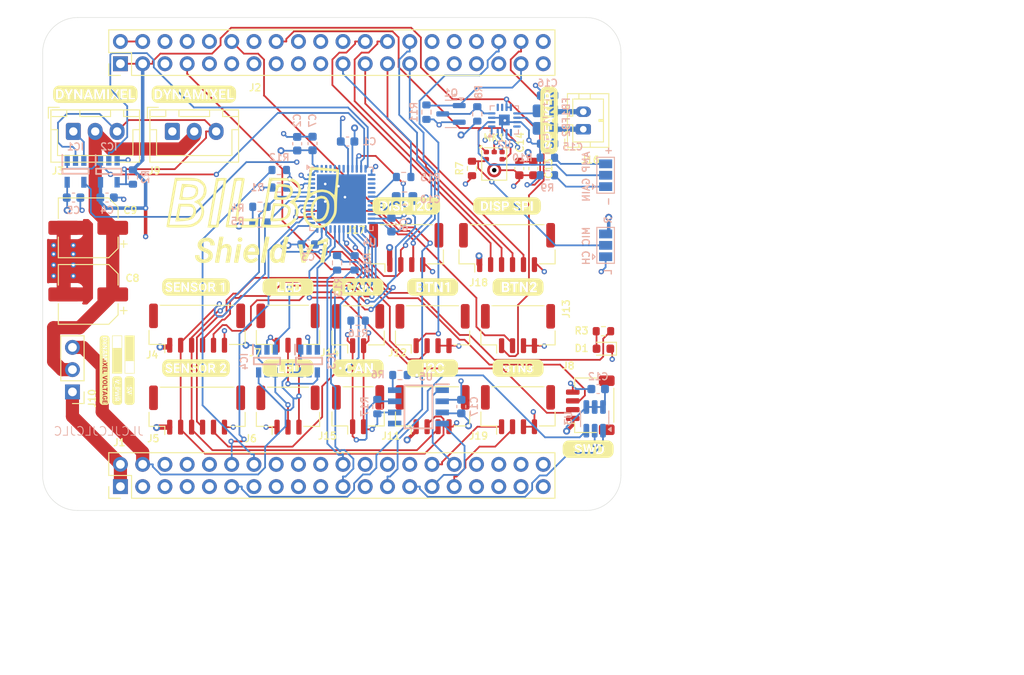
<source format=kicad_pcb>
(kicad_pcb (version 20240108) (generator "pcbnew") (generator_version "8.0")
  (layers (0 "F.Cu" signal) (1 "In1.Cu" power "POWER") (2 "In2.Cu" power "GND") (31 "B.Cu" signal) (34 "B.Paste" user) (35 "F.Paste" user) (36 "B.SilkS" user "B.Silkscreen") (37 "F.SilkS" user "F.Silkscreen") (38 "B.Mask" user) (39 "F.Mask" user) (44 "Edge.Cuts" user))
  (net 0 "")
  (net 2 "RS485_1_B")
  (net 3 "GND")
  (net 4 "RS485_1_A")
  (net 5 "Net-(J16-Pin_2)")
  (net 6 "+3V3")
  (net 7 "V_PWR")
  (net 8 "+5V")
  (net 9 "Net-(J16-Pin_1)")
  (net 10 "CM4_SCL1")
  (net 11 "CM4_SDA1")
  (net 12 "PWM_NEOPIXEL_2")
  (net 13 "PWM_NEOPIXEL_1")
  (net 14 "SWCLK")
  (net 15 "SWDIO")
  (net 16 "DYNAMIXEL_DIR")
  (net 17 "DYNAMIXEL_DATA")
  (net 18 "DYNAMIXEL_RX")
  (net 19 "DYNAMIXEL_TX")
  (net 20 "SDA")
  (net 21 "SCL")
  (net 22 "XSHUT_SENSOR_1")
  (net 23 "GPIO1_SENSOR_1")
  (net 24 "XSHUT_SENSOR_2")
  (net 25 "GPIO1_SENSOR_2")
  (net 26 "Net-(D1-A)")
  (net 27 "USER_LED")
  (net 28 "V_DYNAMIXEL")
  (net 33 "SERVO_PWM")
  (net 36 "MB_PD4")
  (net 44 "Net-(U4-BOOT0)")
  (net 45 "MB_PE8_(UART7_TX)")
  (net 46 "MB_PB5_(CAN2_RX)")
  (net 47 "Net-(U4-VCAP1)")
  (net 48 "ENC1_A")
  (net 49 "Net-(IC3-B)")
  (net 50 "Net-(IC4-B)")
  (net 64 "MB_PB6_(CAN2_TX)")
  (net 67 "MB_SDA_2")
  (net 68 "ENC2_B")
  (net 70 "CM4_GPIO4")
  (net 71 "MB_PE7_(UART7_RX)")
  (net 76 "BOARDMANAGER_SDA")
  (net 80 "MB_SCL_2")
  (net 82 "CM4_TXD2")
  (net 85 "BOARDMANAGER_SCL")
  (net 86 "CM4_SPI0_MOSI")
  (net 87 "CM4_SPI0_CE1")
  (net 89 "CM4_RXD2")
  (net 90 "3V3_CM4")
  (net 91 "CM4_I2S_WS")
  (net 94 "CM4_SPI0_SCLK")
  (net 98 "SX1508_IO6")
  (net 99 "SX1508_IO7")
  (net 101 "CM4_I2S_BCLK")
  (net 103 "CM4_I2S_DIN")
  (net 104 "SX1508_IO1")
  (net 105 "CM4_I2S_DOUT")
  (net 106 "CM4_SPI0_MISO")
  (net 107 "CM4_GPIO5")
  (net 110 "Net-(U4-PB0)")
  (net 111 "CANL")
  (net 112 "CANH")
  (net 117 "Net-(JP3-C)")
  (net 118 "Net-(Q1-D)")
  (net 119 "Net-(U5-Rs)")
  (net 120 "Net-(U4-PB9)")
  (net 121 "Net-(U4-PA9)")
  (net 122 "Net-(U4-PA10)")
  (net 123 "Net-(JP2-B)")
  (net 124 "Net-(JP2-A)")
  (net 125 "Net-(JP2-C)")
  (net 126 "Net-(U2-OUTN)")
  (net 127 "Net-(U2-OUTP)")
  (footprint "Connector_PinHeader_2.54mm:PinHeader_2x20_P2.54mm_Vertical" (layer "F.Cu") (at 95.875 72.275 90)
    (property "Reference" "J2")
    (property "Value" "RPI_CONN")
  )
  (footprint "descriptors:btn3" (layer "F.Cu") (at 141.25 107)
    (property "Reference" "G***" (hide yes))
    (property "Value" "LOGO" (hide yes))
  )
  (footprint "descriptors:btn2" (layer "F.Cu") (at 141.25 97.75)
    (property "Reference" "G***" (hide yes))
    (property "Value" "LOGO" (hide yes))
  )
  (footprint "descriptors:can" (layer "F.Cu") (at 123 97.75)
    (property "Reference" "G***" (hide yes))
    (property "Value" "LOGO" (hide yes))
  )
  (footprint "MountingHole:MountingHole_2.7mm_M2.5_DIN965" (layer "F.Cu") (at 91 71)
    (property "Reference" "H1" (hide yes))
    (property "Value" "MountingHole")
  )
  (footprint "descriptors:speaker" (layer "F.Cu") (at 144.78 78.74 90)
    (property "Reference" "G***" (hide yes))
    (property "Value" "LOGO" (hide yes))
  )
  (footprint "Connector_JST:JST_XH_B3B-XH-A_1x03_P2.50mm_Vertical" (layer "F.Cu") (at 90.5 80)
    (property "Reference" "J3")
    (property "Value" "Dynamixel_1")
  )
  (footprint "descriptors:led" (layer "F.Cu") (at 115 107)
    (property "Reference" "G***" (hide yes))
    (property "Value" "LOGO" (hide yes))
  )
  (footprint "descriptors:sensor_1" (layer "F.Cu") (at 104.5 97.75)
    (property "Reference" "G***" (hide yes))
    (property "Value" "LOGO" (hide yes))
  )
  (footprint "Capacitor_SMD:CP_Elec_6.3x5.2" (layer "F.Cu") (at 92.2 91 180)
    (property "Reference" "C9")
    (property "Value" "47uF")
  )
  (footprint "descriptors:disp_spi" (layer "F.Cu") (at 140 88.5)
    (property "Reference" "G***" (hide yes))
    (property "Value" "LOGO" (hide yes))
  )
  (footprint "Capacitor_SMD:C_0603_1608Metric" (layer "F.Cu") (at 141.4 84.225 -90)
    (property "Reference" "C14")
    (property "Value" "220p")
  )
  (footprint "descriptors:disp_i2c" (layer "F.Cu") (at 128.5 88.5)
    (property "Reference" "G***" (hide yes))
    (property "Value" "LOGO" (hide yes))
  )
  (footprint "MountingHole:MountingHole_2.7mm_M2.5_DIN965" (layer "F.Cu") (at 91 119.26)
    (property "Reference" "H3" (hide yes))
    (property "Value" "MountingHole")
  )
  (footprint "descriptors:bilbo" (layer "F.Cu") (at 111 87.5)
    (property "Reference" "G***" (hide yes))
    (property "Value" "LOGO" (hide yes))
  )
  (footprint "MountingHole:MountingHole_2.7mm_M2.5_DIN965" (layer "F.Cu") (at 149 71)
    (property "Reference" "H2" (hide yes))
    (property "Value" "MountingHole")
  )
  (footprint "Connector_JST:JST_GH_BM04B-GHS-TBT_1x04-1MP_P1.25mm_Vertical" (layer "F.Cu") (at 128.5 93.25)
    (property "Reference" "J17")
    (property "Value" "I2C_DISPLAY_PI")
  )
  (footprint "Capacitor_SMD:CP_Elec_6.3x5.2" (layer "F.Cu") (at 92.2 98.6 180)
    (property "Reference" "C8")
    (property "Value" "47uF")
  )
  (footprint "Connector_JST:JST_GH_BM06B-GHS-TBT_1x06-1MP_P1.25mm_Vertical" (layer "F.Cu") (at 104.625 111.8)
    (property "Reference" "J5")
    (property "Value" "DISTANCE_SENSOR_2")
  )
  (footprint "descriptors:dynamixel" (layer "F.Cu") (at 104.25 75.75)
    (property "Reference" "G***" (hide yes))
    (property "Value" "LOGO" (hide yes))
  )
  (footprint "Connector_JST:JST_XH_B3B-XH-A_1x03_P2.50mm_Vertical" (layer "F.Cu") (at 101.8 80)
    (property "Reference" "J9")
    (property "Value" "Dynamixel_1")
  )
  (footprint "LED_SMD:LED_0603_1608Metric" (layer "F.Cu") (at 151 104.8 180)
    (property "Reference" "D1")
    (property "Value" "USER_LED")
  )
  (footprint "Capacitor_SMD:C_0603_1608Metric" (layer "F.Cu") (at 143 84.225 -90)
    (property "Reference" "C13")
    (property "Value" "1u")
  )
  (footprint "Connector_JST:JST_GH_BM02B-GHS-TBT_1x02-1MP_P1.25mm_Vertical" (layer "F.Cu") (at 123 111.75)
    (property "Reference" "J15")
    (property "Value" "MOTOR 2")
  )
  (footprint "Sensor_Audio:Knowles_SPH0645LM4H-6_3.5x2.65mm" (layer "F.Cu") (at 138.538 83.715)
    (property "Reference" "MK1")
    (property "Value" "SPH0645LM4H")
  )
  (footprint "descriptors:dynamixel_voltage" (layer "F.Cu") (at 95.5 107.25 -90)
    (property "Reference" "G***" (hide yes))
    (property "Value" "LOGO" (hide yes))
  )
  (footprint "Connector_JST:JST_GH_BM02B-GHS-TBT_1x02-1MP_P1.25mm_Vertical" (layer "F.Cu") (at 123 102.5)
    (property "Reference" "J14")
    (property "Value" "MOTOR 1")
  )
  (footprint "Connector_JST:JST_GH_BM06B-GHS-TBT_1x06-1MP_P1.25mm_Vertical" (layer "F.Cu") (at 140 93.25)
    (property "Reference" "J18")
    (property "Value" "SPI_DISPLAY_PI")
  )
  (footprint "descriptors:dynamixel" (layer "F.Cu") (at 93 75.75)
    (property "Reference" "G***" (hide yes))
    (property "Value" "LOGO" (hide yes))
  )
  (footprint "Connector_PinHeader_2.54mm:PinHeader_1x03_P2.54mm_Vertical" (layer "F.Cu") (at 90.4 109.725 180)
    (property "Reference" "J10")
    (property "Value" "JUMPER_V_DYNAMIXEL")
  )
  (footprint "Resistor_SMD:R_0603_1608Metric" (layer "F.Cu") (at 136 84.225 90)
    (property "Reference" "R7")
    (property "Value" "10k")
  )
  (footprint "descriptors:i2c" (layer "F.Cu") (at 131.5 107)
    (property "Reference" "G***" (hide yes))
    (property "Value" "LOGO" (hide yes))
  )
  (footprint "Resistor_SMD:R_0603_1608Metric" (layer "F.Cu") (at 151 102.8 180)
    (property "Reference" "R3")
    (property "Value" "1k")
  )
  (footprint "Connector_JST:JST_GH_BM04B-GHS-TBT_1x04-1MP_P1.25mm_Vertical" (layer "F.Cu") (at 131.5 102.5)
    (property "Reference" "J12")
    (property "Value" "BUTTON_1")
  )
  (footprint "Connector_JST:JST_GH_BM04B-GHS-TBT_1x04-1MP_P1.25mm_Vertical" (layer "F.Cu") (at 141.25 111.75)
    (property "Reference" "J19")
    (property "Value" "BUTTON_3")
  )
  (footprint "descriptors:btn1" (layer "F.Cu") (at 131.5 97.75)
    (property "Reference" "G***" (hide yes))
    (property "Value" "LOGO" (hide yes))
  )
  (footprint "descriptors:swd" (layer "F.Cu") (at 149.25 116.25)
    (property "Reference" "G***" (hide yes))
    (property "Value" "LOGO" (hide yes))
  )
  (footprint "Connector_JST:JST_GH_BM03B-GHS-TBT_1x03-1MP_P1.25mm_Vertical" (layer "F.Cu") (at 115 102.45)
    (property "Reference" "J7")
    (property "Value" "RGB_1")
  )
  (footprint "descriptors:bilbo_shield" (layer "F.Cu") (at 112 93.5)
    (property "Reference" "G***" (hide yes))
    (property "Value" "LOGO" (hide yes))
  )
  (footprint "Connector_JST:JST_GH_BM03B-GHS-TBT_1x03-1MP_P1.25mm_Vertical" (layer "F.Cu") (at 115 111.8)
    (property "Reference" "J6")
    (property "Value" "RGB_2")
  )
  (footprint "Connector_JST:JST_GH_BM04B-GHS-TBT_1x04-1MP_P1.25mm_Vertical" (layer "F.Cu") (at 131.5 111.75)
    (property "Reference" "J11")
    (property "Value" "ONBOARD_I2C")
  )
  (footprint "downloaded_parts:JST_SH_SM04B-SRSS-TB_1x04-1MP_P1.00mm_Horizontal" (layer "F.Cu") (at 149.5 111.25 90)
    (property "Reference" "J8")
    (property "Value" "LED-DRIVER_SWD")
  )
  (footprint "Connector_PinHeader_2.54mm:PinHeader_2x20_P2.54mm_Vertical" (layer "F.Cu") (at 95.875 120.535 90)
    (property "Reference" "J1")
    (property "Value" "MCU_CONN")
  )
  (footprint "Connector_JST:JST_GH_BM04B-GHS-TBT_1x04-1MP_P1.25mm_Vertical" (layer "F.Cu") (at 141.25 102.5)
    (property "Reference" "J13")
    (property "Value" "BUTTON_2")
  )
  (footprint "descriptors:sensor_2" (layer "F.Cu") (at 104.5 107)
    (property "Reference" "G***" (hide yes))
    (property "Value" "LOGO" (hide yes))
  )
  (footprint "descriptors:can" (layer "F.Cu") (at 123 107)
    (property "Reference" "G***" (hide yes))
    (property "Value" "LOGO" (hide yes))
  )
  (footprint "MountingHole:MountingHole_2.7mm_M2.5_DIN965" (layer "F.Cu") (at 149 119.26)
    (property "Reference" "H4" (hide yes))
    (property "Value" "MountingHole")
  )
  (footprint "descriptors:led" (layer "F.Cu") (at 115 97.75)
    (property "Reference" "G***" (hide yes))
    (property "Value" "LOGO" (hide yes))
  )
  (footprint "Connector_JST:JST_GH_BM06B-GHS-TBT_1x06-1MP_P1.25mm_Vertical" (layer "F.Cu") (at 104.625 102.45)
    (property "Reference" "J4")
    (property "Value" "DISTANCE_SENSOR_1")
  )
  (footprint "Connector_JST:JST_PH_B2B-PH-K_1x02_P2.00mm_Vertical" (layer "F.Cu") (at 148.7 79.75 90)
    (property "Reference" "J16")
    (property "Value" "SPEAKER")
  )
  (footprint "Resistor_SMD:R_0603_1608Metric" (layer "B.Cu") (at 125.2 111.4 -90)
    (property "Reference" "R17")
    (property "Value" "120")
  )
  (footprint "Capacitor_SMD:C_0805_2012Metric" (layer "B.Cu") (at 144.375 77.65)
    (property "Reference" "FB1")
    (property "Value" "FerriteBead_Small")
  )
  (footprint "Package_DFN_QFN:QFN-48-1EP_7x7mm_P0.5mm_EP5.6x5.6mm" (layer "B.Cu") (at 121.1 87.7 -90)
    (property "Reference" "U4")
    (property "Value" "STM32F411CEUx")
  )
  (footprint "Resistor_SMD:R_0603_1608Metric" (layer "B.Cu") (at 144.6 85)
    (property "Reference" "R9")
    (property "Value" "NC")
  )
  (footprint "Resistor_SMD:R_0603_1608Metric" (layer "B.Cu") (at 111.8 90.4 180)
    (property "Reference" "R5")
    (property "Value" "4k7")
  )
  (footprint "downloaded_parts:SOT95P285X140-6N" (layer "B.Cu") (at 117.4 106.2 -90)
    (property "Reference" "IC3")
    (property "Value" "74LVC1T45W6-7" (hide yes))
  )
  (footprint "Capacitor_SMD:C_0603_1608Metric" (layer "B.Cu") (at 144.625 81.4 180)
    (property "Reference" "C15")
    (property "Value" "1u")
  )
  (footprint "Resistor_SMD:R_0603_1608Metric" (layer "B.Cu") (at 128.2 85.2)
    (property "Reference" "R15")
    (property "Value" "100")
  )
  (footprint "Package_TO_SOT_SMD:SOT-23-6_Handsoldering" (layer "B.Cu") (at 150 112.8 90)
    (property "Reference" "U3")
    (property "Value" "24AA025E48T-I/OT")
  )
  (footprint "Capacitor_SMD:C_0603_1608Metric" (layer "B.Cu") (at 150.4 109.4 180)
    (property "Reference" "C12")
    (property "Value" "100n")
  )
  (footprint "Capacitor_SMD:C_0603_1608Metric" (layer "B.Cu") (at 94.35 87.55)
    (property "Reference" "C4")
    (property "Value" "100n")
  )
  (footprint "downloaded_parts:SOT95P280X145-5N" (layer "B.Cu") (at 94.55 84.55 -90)
    (property "Reference" "IC2")
    (property "Value" "SN74LVC1G126DBVR" (hide yes))
  )
  (footprint "Resistor_SMD:R_0603_1608Metric" (layer "B.Cu") (at 114 86.4)
    (property "Reference" "R1")
    (property "Value" "10k")
  )
  (footprint "Jumper:SolderJumper-3_P1.3mm_Open_Pad1.0x1.5mm" (layer "B.Cu") (at 151.25 85 90)
    (property "Reference" "JP2" (hide yes))
    (property "Value" "GAIN SELECTION")
  )
  (footprint "Capacitor_SMD:C_0603_1608Metric" (layer "B.Cu") (at 126.8 90.65 90)
    (property "Reference" "C6")
    (property "Value" "100n")
  )
  (footprint "downloaded_parts:SOT95P275X110-5N" (layer "B.Cu") (at 90.75 84.55 -90)
    (property "Reference" "IC1")
    (property "Value" "74LVC1G125GV,125" (hide yes))
  )
  (footprint "Capacitor_SMD:C_0603_1608Metric" (layer "B.Cu") (at 134.776 111.4 90)
    (property "Reference" "C17")
    (property "Value" "100n")
  )
  (footprint "Capacitor_SMD:C_0805_2012Metric" (layer "B.Cu") (at 128.3 87.65 180)
    (property "Reference" "C10")
    (property "Value" "4u7")
  )
  (footprint "Capacitor_SMD:C_0603_1608Metric" (layer "B.Cu") (at 121.8 81.15 180)
    (property "Reference" "C1")
    (property "Value" "100n")
  )
  (footprint "downloaded_parts:SOT95P285X140-6N" (layer "B.Cu") (at 112.6 106.2 -90)
    (property "Reference" "IC4")
    (property "Value" "74LVC1T45W6-7" (hide yes))
  )
  (footprint "Resistor_SMD:R_0603_1608Metric" (layer "B.Cu") (at 114 84.4 180)
    (property "Reference" "R12")
    (property "Value" "100")
  )
  (footprint "Resistor_SMD:R_0603_1608Metric" (layer "B.Cu") (at 111.8 88.6 180)
    (property "Reference" "R4")
    (property "Value" "4k7")
  )
  (footprint "Resistor_SMD:R_0603_1608Metric" (layer "B.Cu") (at 127.776 107.8)
    (property "Reference" "R6")
    (property "Value" "10k")
  )
  (footprint "Resistor_SMD:R_0603_1608Metric" (layer "B.Cu") (at 97.3 85.2 90)
    (property "Reference" "R2")
    (property "Value" "10k")
  )
  (footprint "Resistor_SMD:R_0603_1608Metric" (layer "B.Cu") (at 122.6 95 90)
    (property "Reference" "R14")
    (property "Value" "100")
  )
  (footprint "Package_DFN_QFN:TQFN-16-1EP_3x3mm_P0.5mm_EP1.23x1.23mm" (layer "B.Cu") (at 139.69 78.69)
    (property "Reference" "U2")
    (property "Value" "MAX98357A")
  )
  (footprint "Capacitor_SMD:C_0603_1608Metric" (layer "B.Cu") (at 116.05 81.4 90)
    (property "Reference" "C2")
    (property "Value" "100n")
  )
  (footprint "Jumper:SolderJumper-3_P1.3mm_Open_Pad1.0x1.5mm" (layer "B.Cu") (at 151.25 93 90)
    (property "Reference" "JP3" (hide yes))
    (property "Value" "CHANNEL_SELECTION")
  )
  (footprint "Capacitor_SMD:C_0805_2012Metric" (layer "B.Cu") (at 144.375 79.65)
    (property "Reference" "FB2")
    (property "Value" "FerriteBead_Small")
  )
  (footprint "Resistor_SMD:R_0603_1608Metric" (layer "B.Cu") (at 130.8 77.8 -90)
    (property "Reference" "R11")
    (property "Value" "10k")
  )
  (footprint "Capacitor_SMD:C_0603_1608Metric" (layer "B.Cu") (at 144.625 75.9 180)
    (property "Reference" "C16")
    (property "Value" "1u")
  )
  (footprint "Resistor_SMD:R_0603_1608Metric" (layer "B.Cu") (at 123 101.6)
    (property "Reference" "R16")
    (property "Value" "120")
  )
  (footprint "Resistor_SMD:R_0603_1608Metric" (layer "B.Cu") (at 136.6 78 90)
    (property "Reference" "R8")
    (property "Value" "1M")
  )
  (footprint "Resistor_SMD:R_0603_1608Metric" (layer "B.Cu") (at 120.6 95 90)
    (property "Reference" "R13")
    (property "Value" "100")
  )
  (footprint "Resistor_SMD:R_0603_1608Metric" (layer "B.Cu") (at 144.6 83 180)
    (property "Reference" "R10")
    (property "Value" "NC")
  )
  (footprint "downloaded_parts:SOIC127P600X175-8N" (layer "B.Cu") (at 129.888 111.435 180)
    (property "Reference" "U5")
    (property "Value" "SN65HVD230" (hide yes))
  )
  (footprint "Capacitor_SMD:C_0603_1608Metric" (layer "B.Cu") (at 117.8 81.375 90)
    (property "Reference" "C7")
    (property "Value" "100n")
  )
  (footprint "Package_TO_SOT_SMD:SOT-23" (layer "B.Cu") (at 133.6 78 180)
    (property "Reference" "Q1")
    (property "Value" "BSS138")
  )
  (footprint "Capacitor_SMD:C_0603_1608Metric" (layer "B.Cu") (at 90.525 87.55)
    (property "Reference" "C5")
    (property "Value" "100n")
  )
  (footprint "Capacitor_SMD:C_0603_1608Metric" (layer "B.Cu") (at 117.3 92.9)
    (property "Reference" "C3")
    (property "Value" "100n")
  )
  (gr_arc (start 153 119.26) (mid 151.828427 122.088427) (end 149 123.26) (stroke (width 0.05)) (layer "Edge.Cuts"))
  (gr_line (start 91 67) (end 149 67) (stroke (width 0.05)) (layer "Edge.Cuts"))
  (gr_line (start 149 123.26) (end 91 123.26) (stroke (width 0.05)) (layer "Edge.Cuts"))
  (gr_arc (start 91 123.26) (mid 88.171573 122.088427) (end 87 119.26) (stroke (width 0.05)) (layer "Edge.Cuts"))
  (gr_arc (start 149 67) (mid 151.828427 68.171573) (end 153 71) (stroke (width 0.05)) (layer "Edge.Cuts"))
  (gr_line (start 87 119.26) (end 87 71) (stroke (width 0.05)) (layer "Edge.Cuts"))
  (gr_line (start 153 71) (end 153 119.26) (stroke (width 0.05)) (layer "Edge.Cuts"))
  (gr_arc (start 87 71) (mid 88.171573 68.171573) (end 91 67) (stroke (width 0.05)) (layer "Edge.Cuts"))
  (gr_text "JLCJLCJLCJLC" (at 98.6 114.8 0) (layer "B.SilkS") (effects (font (size 1 1) (thickness 0.1)) (justify left bottom mirror)))
  (gr_text "L" (at 152 95.6 90) (layer "B.SilkS") (effects (font (size 0.8 0.8)) (justify left bottom mirror)))
  (gr_text "-" (at 152 87.4 90) (layer "B.SilkS") (effects (font (size 0.8 0.8)) (justify left bottom mirror)))
  (gr_text "AMP GAIN" (at 149.5 82.2 90) (layer "B.SilkS") (effects (font (size 0.8 0.8)) (justify left bottom mirror)))
  (gr_text "MIC CH" (at 149.5 90.8 90) (layer "B.SilkS") (effects (font (size 0.8 0.8)) (justify left bottom mirror)))
  (gr_text "R" (at 152 89.6 90) (layer "B.SilkS") (effects (font (size 0.8 0.8)) (justify left bottom mirror)))
  (gr_text "+" (at 152 81.6 90) (layer "B.SilkS") (effects (font (size 0.8 0.8)) (justify left bottom mirror)))
  (segment (start 133.375 104.45) (end 132.125 104.45) (width 0.2) (layer "F.Cu") (net 3))
  (segment (start 107.75 104.4) (end 107.75 102.75) (width 0.2) (layer "F.Cu") (net 3))
  (segment (start 152 105.0125) (end 152 106) (width 0.2) (layer "F.Cu") (net 3))
  (segment (start 143 85) (end 141.4 85) (width 0.2) (layer "F.Cu") (net 3))
  (segment (start 147.5 109) (end 147.25 108.75) (width 0.2) (layer "F.Cu") (net 3))
  (segment (start 113.75 104.25) (end 113 103.5) (width 0.2) (layer "F.Cu") (net 3))
  (segment (start 143.45 95.2) (end 144.25 96) (width 0.2) (layer "F.Cu") (net 3))
  (segment (start 134.45 104.45) (end 134.5 104.5) (width 0.2) (layer "F.Cu") (net 3))
  (segment (start 133.375 104.45) (end 134.45 104.45) (width 0.2) (layer "F.Cu") (net 3))
  (segment (start 143.125 104.45) (end 144.2 104.45) (width 0.2) (layer "F.Cu") (net 3))
  (segment (start 130.7 95.2) (end 131.5 96) (width 0.2) (layer "F.Cu") (net 3))
  (segment (start 107.75 113.75) (end 108.75 113.75) (width 0.2) (layer "F.Cu") (net 3))
  (segment (start 141.4 85) (end 141.4 85.6) (width 0.2) (layer "F.Cu") (net 3))
  (segment (start 133.8 113.7) (end 134.25 113.25) (width 0.2) (layer "F.Cu") (net 3))
  (segment (start 143.125 113.7) (end 141.875 113.7) (width 0.2) (layer "F.Cu") (net 3))
  (segment (start 147.5 109.75) (end 147.5 109) (width 0.2) (layer "F.Cu") (net 3))
  (segment (start 143.125 112.125) (end 143 112) (width 0.2) (layer "F.Cu") (net 3))
  (segment (start 136 85.25) (end 135.25 86) (width 0.2) (layer "F.Cu") (net 3))
  (segment (start 141.4 85.6) (end 140.75 86.25) (width 0.2) (layer "F.Cu") (net 3))
  (segment (start 139.2 84.425) (end 140.825 84.425) (width 0.2) (layer "F.Cu") (net 3))
  (segment (start 140.825 84.425) (end 141.4 85) (width 0.2) (layer "F.Cu") (net 3))
  (segment (start 143.125 113.7) (end 143.125 112.125) (width 0.2) (layer "F.Cu") (net 3))
  (segment (start 144.2 104.45) (end 144.25 104.5) (width 0.2) (layer "F.Cu") (net 3))
  (segment (start 130.375 95.2) (end 130.7 95.2) (width 0.2) (layer "F.Cu") (net 3))
  (segment (start 141.875 104.45) (end 143.125 104.45) (width 0.2) (layer "F.Cu") (net 3))
  (segment (start 113.75 113.75) (end 112.5 113.75) (width 0.2) (layer "F.Cu") (net 3))
  (segment (start 143.125 95.2) (end 143.45 95.2) (width 0.2) (layer "F.Cu") (net 3))
  (segment (start 133.375 113.7) (end 133.8 113.7) (width 0.2) (layer "F.Cu") (net 3))
  (via (at 142.5 81) (size 0.6) (drill 0.3) (layers "F.Cu" "B.Cu") (net 3))
  (via (at 121.25 78.5) (size 0.6) (drill 0.3) (layers "F.Cu" "B.Cu") (net 3))
  (via (at 90.5 94) (size 0.6) (drill 0.3) (layers "F.Cu" "B.Cu") (net 3))
  (via (at 107.75 102.75) (size 0.6) (drill 0.3) (layers "F.Cu" "B.Cu") (net 3))
  (via (at 121.5 87.5) (size 0.6) (drill 0.3) (layers "F.Cu" "B.Cu") (net 3))
  (via (at 88.25 93) (size 0.6) (drill 0.3) (layers "F.Cu" "B.Cu") (net 3))
  (via (at 134.25 113.25) (size 0.6) (drill 0.3) (layers "F.Cu" "B.Cu") (net 3))
  (via (at 112.5 113.75) (size 0.6) (drill 0.3) (layers "F.Cu" "B.Cu") (net 3))
  (via (at 135.25 86) (size 0.6) (drill 0.3) (layers "F.Cu" "B.Cu") (net 3))
  (via (at 91.5 89) (size 0.6) (drill 0.3) (layers "F.Cu" "B.Cu") (net 3))
  (via (at 116.5 85) (size 0.6) (drill 0.3) (layers "F.Cu" "B.Cu") (net 3))
  (via (at 134.745 108.482) (size 0.6) (drill 0.3) (layers "F.Cu" "B.Cu") (net 3))
  (via (at 114.5 80.25) (size 0.6) (drill 0.3) (layers "F.Cu" "B.Cu") (net 3))
  (via (at 90.5 95.25) (size 0.6) (drill 0.3) (layers "F.Cu" "B.Cu") (net 3))
  (via (at 119.25 92.75) (size 0.6) (drill 0.3) (layers "F.Cu" "B.Cu") (net 3))
  (via (at 128.25 89.5) (size 0.6) (drill 0.3) (layers "F.Cu" "B.Cu") (net 3))
  (via (at 113 103.5) (size 0.6) (drill 0.3) (layers "F.Cu" "B.Cu") (net 3))
  (via (at 88.25 95.25) (size 0.6) (drill 0.3) (layers "F.Cu" "B.Cu") (net 3))
  (via (at 144.25 104.5) (size 0.6) (drill 0.3) (layers "F.Cu" "B.Cu") (net 3))
  (via (at 147.25 108.75) (size 0.6) (drill 0.3) (layers "F.Cu" "B.Cu") (net 3))
  (via (at 119.25 88) (size 0.6) (drill 0.3) (layers "F.Cu" "B.Cu") (net 3))
  (via (at 139.75 78.75) (size 0.6) (drill 0.3) (layers "F.Cu" "B.Cu") (net 3))
  (via (at 150 115.75) (size 0.6) (drill 0.3) (layers "F.Cu" "B.Cu") (net 3))
  (via (at 132.25 79.25) (size 0.6) (drill 0.3) (layers "F.Cu" "B.Cu") (net 3))
  (via (at 131.5 96) (size 0.6) (drill 0.3) (layers "F.Cu" "B.Cu") (net 3))
  (via (at 108.75 113.75) (size 0.6) (drill 0.3) (layers "F.Cu" "B.Cu") (net 3))
  (via (at 96.25 87.75) (size 0.6) (drill 0.3) (layers "F.Cu" "B.Cu") (net 3))
  (via (at 134.5 104.5) (size 0.6) (drill 0.3) (layers "F.Cu" "B.Cu") (net 3))
  (via (at 119.25 86) (size 0.6) (drill 0.3) (layers "F.Cu" "B.Cu") (net 3))
  (via (at 117.25 103.5) (size 0.6) (drill 0.3) (layers "F.Cu" "B.Cu") (net 3))
  (via (at 150.75 96) (size 0.6) (drill 0.3) (layers "F.Cu" "B.Cu") (net 3))
  (via (at 90.5 93) (size 0.6) (drill 0.3) (layers "F.Cu" "B.Cu") (net 3))
  (via (at 88.25 96.5) (size 0.6) (drill 0.3) (layers "F.Cu" "B.Cu") (net 3))
  (via (at 120.75 86.25) (size 0.6) (drill 0.3) (layers "F.Cu" "B.Cu") (net 3))
  (via (at 143.25 74.75) (size 0.6) (drill 0.3) (layers "F.Cu" "B.Cu") (net 3))
  (via (at 144.25 96) (size 0.6) (drill 0.3) (layers "F.Cu" "B.Cu") (net 3))
  (via (at 96.75 83.25) (size 0.6) (drill 0.3) (layers "F.Cu" "B.Cu") (net 3))
  (via (at 143 112) (size 0.6) (drill 0.3) (layers "F.Cu" "B.Cu") (net 3))
  (via (at 88.25 94) (size 0.6) (drill 0.3) (layers "F.Cu" "B.Cu") (net 3))
  (via (at 152 106) (size 0.6) (drill 0.3) (layers "F.Cu" "B.Cu") (net 3))
  (via (at 130.75 87.5) (size 0.6) (drill 0.3) (layers "F.Cu" "B.Cu") (net 3))
  (via (at 140.75 86.25) (size 0.6) (drill 0.3) (layers "F.Cu" "B.Cu") (net 3))
  (via (at 129.7 107.8) (size 0.6) (drill 0.3) (layers "F.Cu" "B.Cu") (net 3))
  (via (at 112 86.5) (size 0.6) (drill 0.3) (layers "F.Cu" "B.Cu") (net 3))
  (via (at 90.5 96.5) (size 0.6) (drill 0.3) (layers "F.Cu" "B.Cu") (net 3))
  (segment (start 151.25 94.3) (end 151.25 95.5) (width 0.2) (layer "B.Cu") (net 3))
  (segment (start 117.662 85.45) (end 116.95 85.45) (width 0.2) (layer "B.Cu") (net 3))
  (segment (start 143.775 83) (end 143.775 81.475) (width 0.2) (layer "B.Cu") (net 3))
  (segment (start 143.85 75.35) (end 143.25 74.75) (width 0.2) (layer "B.Cu") (net 3))
  (segment (start 138.2525 78.44) (end 139.44 78.44) (width 0.2) (layer "B.Cu") (net 3))
  (segment (start 142.9 81.4) (end 142.5 81) (width 0.2) (layer "B.Cu") (net 3))
  (segment (start 121.025 81.15) (end 121.025 78.725) (width 0.2) (layer "B.Cu") (net 3))
  (segment (start 96.7 83.3) (end 96.75 83.25) (width 0.2) (layer "B.Cu") (net 3))
  (segment (start 114.875 80.625) (end 114.5 80.25) (width 0.2) (layer "B.Cu") (net 3))
  (segment (start 116.05 80.625) (end 114.875 80.625) (width 0.2) (layer "B.Cu") (net 3))
  (segment (start 91.7 83.3) (end 91.7 81.2) (width 0.2) (layer "B.Cu") (net 3))
  (segment (start 149.625 109.4) (end 147.9 109.4) (width 0.2) (layer "B.Cu") (net 3))
  (segment (start 117.8 80.6) (end 116.075 80.6) (width 0.2) (layer "B.Cu") (net 3))
  (segment (start 130.8 78.625) (end 131.625 78.625) (width 0.2) (layer "B.Cu") (net 3))
  (segment (start 112.6 103.9) (end 112.6 104.9) (width 0.2) (layer "B.Cu") (net 3))
  (segment (start 121.85 84.2625) (end 121.85 86.95) (width 0.2) (layer "B.Cu") (net 3))
  (segment (start 91.7 81.2) (end 90.5 80) (width 0.2) (layer "B.Cu") (net 3))
  (segment (start 151.25 95.5) (end 150.75 96) (width 0.2) (layer "B.Cu") (net 3))
  (segment (start 143.85 81.4) (end 142.9 81.4) (width 0.2) (layer "B.Cu") (net 3))
  (segment (start 134.776 110.625) (end 134.776 108.513) (width 0.2) (layer "B.Cu") (net 3))
  (segment (start 91.3 88.8) (end 91.5 89) (width 0.2) (layer "B.Cu") (net 3))
  (segment (start 113 103.5) (end 112.6 103.9) (width 0.2) (layer "B.Cu") (net 3))
  (segment (start 95.125 87.55) (end 96.05 87.55) (width 0.2) (layer "B.Cu") (net 3))
  (segment (start 128.601 107.8) (end 129.7 107.8) (width 0.2) (layer "B.Cu") (net 3))
  (segment (start 117.4 103.65) (end 117.25 103.5) (width 0.2) (layer "B.Cu") (net 3))
  (segment (start 118.85 92.125) (end 118.85 91.1375) (width 0.2) (layer "B.Cu") (net 3))
  (segment (start 143.85 75.9) (end 143.85 75.35) (width 0.2) (layer "B.Cu") (net 3))
  (segment (start 126.8 89.875) (end 127.875 89.875) (width 0.2) (layer "B.Cu") (net 3))
  (segment (start 119.1 92.9) (end 119.25 92.75) (width 0.2) (layer "B.Cu") (net 3))
  (segment (start 150 114.15) (end 150 115.75) (width 0.2) (layer "B.Cu") (net 3))
  (segment (start 118.075 92.9) (end 118.85 92.125) (width 0.2) (layer "B.Cu") (net 3))
  (segment (start 121.025 78.725) (end 121.25 78.5) (width 0.2) (layer "B.Cu") (net 3))
  (segment (start 113.175 86.4) (end 112.1 86.4) (width 0.2) (layer "B.Cu") (net 3))
  (segment (start 127.875 89.875) (end 128.25 89.5) (width 0.2) (layer "B.Cu") (net 3))
  (segment (start 118.075 92.9) (end 119.1 92.9) (width 0.2) (layer "B.Cu") (net 3))
  (segment (start 96.05 87.55) (end 96.25 87.75) (width 0.2) (layer "B.Cu") (net 3))
  (segment (start 134.776 108.513) (end 134.745 108.482) (width 0.2) (layer "B.Cu") (net 3))
  (segment (start 116.95 85.45) (end 116.5 85) (width 0.2) (layer "B.Cu") (net 3))
  (segment (start 95.5 83.3) (end 96.7 83.3) (width 0.2) (layer "B.Cu") (net 3))
  (segment (start 130.6 87.65) (end 130.75 87.5) (width 0.2) (layer "B.Cu") (net 3))
  (segment (start 117.4 104.9) (end 117.4 103.65) (width 0.2) (layer "B.Cu") (net 3))
  (segment (start 131.625 78.625) (end 132.25 79.25) (width 0.2) (layer "B.Cu") (net 3))
  (segment (start 141.59 78.94) (end 142.5 79.8503) (width 0.2) (layer "B.Cu") (net 3))
  (segment (start 141.1275 78.94) (end 141.59 78.94) (width 0.2) (layer "B.Cu") (net 3))
  (segment (start 91.3 87.55) (end 91.3 88.8) (width 0.2) (layer "B.Cu") (net 3))
  (segment (start 124.538 89.95) (end 126.725 89.95) (width 0.2) (layer "B.Cu") (net 3))
  (segment (start 112.1 86.4) (end 112 86.5) (width 0.2) (layer "B.Cu") (net 3))
  (segment (start 121.85 81.975) (end 121.025 81.15) (width 0.2) (layer "B.Cu") (net 3))
  (segment (start 132.55 78.95) (end 132.25 79.25) (width 0.2) (layer "B.Cu") (net 3))
  (segment (start 139.44 80.1275) (end 139.44 78.94) (width 0.2) (layer "B.Cu") (net 3))
  (segment (start 134.776 110.625) (end 132.775 110.625) (width 0.2) (layer "B.Cu") (net 3))
  (segment (start 134.5375 78.95) (end 132.55 78.95) (width 0.2) (layer "B.Cu") (net 3))
  (segment (start 147.9 109.4) (end 147.25 108.75) (width 0.2) (layer "B.Cu") (net 3))
  (segment (start 121.85 84.2625) (end 121.85 81.975) (width 0.2) (layer "B.Cu") (net 3))
  (segment (start 129.25 87.65) (end 130.6 87.65) (width 0.2) (layer "B.Cu") (net 3))
  (segment (start 142.5 79.8503) (end 142.5 81) (width 0.2) (layer "B.Cu") (net 3))
  (segment (start 139.94 78.94) (end 141.1275 78.94) (width 0.2) (layer "B.Cu") (net 3))
  (segment (start 145.4 75.9) (end 145.4 77.575) (width 0.6) (layer "B.Cu") (net 5))
  (segment (start 148.7 77.75) (end 145.425 77.75) (width 0.6) (layer "B.Cu") (net 5))
  (segment (start 136.8 95.125) (end 136.875 95.2) (width 0.6) (layer "F.Cu") (net 6))
  (segment (start 100.4 104.6) (end 101.3 104.6) (width 0.6) (layer "F.Cu") (net 6))
  (segment (start 142.4 82.4) (end 142.4 82.85) (width 0.4) (layer "F.Cu") (net 6))
  (segment (start 126.6 95.175) (end 126.625 95.2) (width 0.6) (layer "F.Cu") (net 6))
  (segment (start 136.8 94.2) (end 136.8 95.125) (width 0.6) (layer "F.Cu") (net 6))
  (segment (start 142.4 82.85) (end 143 83.45) (width 0.4) (layer "F.Cu") (net 6))
  (segment (start 126.6 93.25) (end 126.6 95.175) (width 0.6) (layer "F.Cu") (net 6))
  (segment (start 100.05 113.75) (end 100 113.8) (width 0.6) (layer "F.Cu") (net 6))
  (segment (start 101.5 113.75) (end 100.05 113.75) (width 0.6) (layer "F.Cu") (net 6))
  (segment (start 143 83.45) (end 141.4 83.45) (width 0.2) (layer "F.Cu") (net 6))
  (segment (start 147.5 113.5) (end 146.8 114.2) (width 0.4) (layer "F.Cu") (net 6))
  (segment (start 129.625 114.175) (end 128.6 115.2) (width 0.4) (layer "F.Cu") (net 6))
  (segment (start 101.3 104.6) (end 101.5 104.4) (width 0.6) (layer "F.Cu") (net 6))
  (segment (start 139.438 81.971818) (end 139.438 82.351) (width 0.2) (layer "F.Cu") (net 6))
  (segment (start 139.286009 81.819827) (end 139.438 81.971818) (width 0.2) (layer "F.Cu") (net 6))
  (segment (start 147.5 112.75) (end 147.5 113.5) (width 0.4) (layer "F.Cu") (net 6))
  (via (at 110.2 104.4) (size 0.8) (drill 0.4) (layers "F.Cu" "B.Cu") (net 6))
  (via (at 100 113.8) (size 0.8) (drill 0.4) (layers "F.Cu" "B.Cu") (net 6))
  (via (at 139.286009 81.819827) (size 0.6) (drill 0.3) (layers "F.Cu" "B.Cu") (net 6))
  (via (at 135.6 113.6) (size 0.8) (drill 0.4) (layers "F.Cu" "B.Cu") (net 6))
  (via (at 126.6 93.25) (size 0.8) (drill 0.4) (layers "F.Cu" "B.Cu") (net 6))
  (via (at 134.75 80.4) (size 0.8) (drill 0.4) (layers "F.Cu" "B.Cu") (net 6))
  (via (at 128.6 115.2) (size 0.8) (drill 0.4) (layers "F.Cu" "B.Cu") (net 6))
  (via (at 114.2 82.2) (size 0.8) (drill 0.4) (layers "F.Cu" "B.Cu") (net 6))
  (via (at 146.8 114.2) (size 0.8) (drill 0.4) (layers "F.Cu" "B.Cu") (net 6))
  (via (at 89.8 89) (size 0.8) (drill 0.4) (layers "F.Cu" "B.Cu") (net 6))
  (via (at 115 93) (size 0.8) (drill 0.4) (layers "F.Cu" "B.Cu") (net 6))
  (via (at 109.4 90.8) (size 0.8) (drill 0.4) (layers "F.Cu" "B.Cu") (net 6))
  (via (at 122.6 79.6) (size 0.8) (drill 0.4) (layers "F.Cu" "B.Cu") (net 6))
  (via (at 100.4 104.6) (size 0.8) (drill 0.4) (layers "F.Cu" "B.Cu") (net 6))
  (via (at 136.8 94.2) (size 0.8) (drill 0.4) (layers "F.Cu" "B.Cu") (net 6))
  (via (at 142.4 82.4) (size 0.8) (drill 0.4) (layers "F.Cu" "B.Cu") (net 6))
  (via (at 151.6 89.8) (size 0.8) (drill 0.4) (layers "F.Cu" "B.Cu") (net 6))
  (via (at 128.75 90.25) (size 0.8) (drill 0.4) (layers "F.Cu" "B.Cu") (net 6))
  (segment (start 151.6 91.35) (end 151.25 91.7) (width 0.4) (layer "B.Cu") (net 6))
  (segment (start 117.8 82.15) (end 116.075 82.15) (width 0.2) (layer "B.Cu") (net 6))
  (segment (start 111.15 104.4) (end 111.65 104.9) (width 0.2) (layer "B.Cu") (net 6))
  (segment (start 150.95 111.45) (end 150 111.45) (width 0.2) (layer "B.Cu") (net 6))
  (segment (start 110.975 88.6) (end 110.975 90.4) (width 0.2) (layer "B.Cu") (net 6))
  (segment (start 135.6 113.6) (end 135.6 112.999) (width 0.2) (layer "B.Cu") (net 6))
  (segment (start 122.6 79.6) (end 122.6 81.125) (width 0.2) (layer "B.Cu") (net 6))
  (segment (start 117.8 83.7125) (end 118.35 84.2625) (width 0.2) (layer "B.Cu") (net 6))
  (segment (start 134.75 80.4) (end 135.025 80.4) (width 0.2) (layer "B.Cu") (net 6))
  (segment (start 115.1 92.9) (end 115 93) (width 0.2) (layer "B.Cu") (net 6))
  (segment (start 128.75 90.25) (end 127.575 91.425) (width 0.2) (layer "B.Cu") (net 6))
  (segment (start 117.8 82.15) (end 117.8 83.7125) (width 0.2) (layer "B.Cu") (net 6))
  (segment (start 116.45 105.975) (end 117.075 106.6) (width 0.2) (layer "B.Cu") (net 6))
  (segment (start 122.35 81.375) (end 122.35 84.2625) (width 0.2) (layer "B.Cu") (net 6))
  (segment (start 89.8 87.6) (end 89.8 89) (width 0.2) (layer "B.Cu") (net 6))
  (segment (start 117.075 106.6) (end 117.4 106.925) (width 0.2) (layer "B.Cu") (net 6))
  (segment (start 116.45 104.9) (end 116.45 105.975) (width 0.2) (layer "B.Cu") (net 6))
  (segment (start 150 111.45) (end 149.05 111.45) (width 0.2) (layer "B.Cu") (net 6))
  (segment (start 117.4 106.675) (end 117.325 106.6) (width 0.2) (layer "B.Cu") (net 6))
  (segment (start 117.4 107.5) (end 117.4 106.925) (width 0.2) (layer "B.Cu") (net 6))
  (segment (start 117.325 106.6) (end 117.075 106.6) (width 0.2) (layer "B.Cu") (net 6))
  (segment (start 89.8 85.8) (end 89.8 87.5) (width 0.2) (layer "B.Cu") (net 6))
  (segment (start 116.588 92.9) (end 118.35 91.1375) (width 0.2) (layer "B.Cu") (net 6))
  (segment (start 117.6623 84.9498) (end 118.35 84.2625) (width 0.2) (layer "B.Cu") (net 6))
  (segment (start 111.65 105.975) (end 112.6 106.925) (width 0.2) (layer "B.Cu") (net 6))
  (segment (start 117.4 106.925) (end 117.4 106.675) (width 0.2) (layer "B.Cu") (net 6))
  (segment (start 135.025 80.4) (end 136.6 78.825) (width 0.2) (layer "B.Cu") (net 6))
  (segment (start 134.776 112.175) (end 132.705 112.175) (width 0.2) (layer "B.Cu") (net 6))
  (segment (start 112.675 106.6) (end 112.6 106.675) (width 0.2) (layer "B.Cu") (net 6))
  (segment (start 149.05 111.45) (end 146.8 113.7) (width 0.2) (layer "B.Cu") (net 6))
  (segment (start 110.2 104.4) (end 111.15 104.4) (width 0.2) (layer "B.Cu") (net 6))
  (segment (start 117.075 106.6) (end 112.675 106.6) (width 0.2) (layer "B.Cu") (net 6))
  (segment (start 125.825 90.45) (end 126.8 91.425) (width 0.2) (layer "B.Cu") (net 6))
  (segment (start 109.4 90.8) (end 110.575 90.8) (width 0.2) (layer "B.Cu") (net 6))
  (segment (start 124.538 90.45) (end 125.825 90.45) (width 0.2) (layer "B.Cu") (net 6))
  (segment (start 114.2 82.2) (end 116.025 82.2) (width 0.2) (layer "B.Cu") (net 6))
  (segment (start 110.575 90.8) (end 110.975 90.4) (width 0.2) (layer "B.Cu") (net 6))
  (segment (start 112.6 106.675) (end 112.6 106.925) (width 0.2) (layer "B.Cu") (net 6))
  (segment (start 127.575 91.425) (end 126.8 91.425) (width 0.2) (layer "B.Cu") (net 6))
  (segment (start 116.525 92.9) (end 115.1 92.9) (width 0.2) (layer "B.Cu") (net 6))
  (segment (start 151.6 89.8) (end 151.6 91.35) (width 0.4) (layer "B.Cu") (net 6))
  (segment (start 112.6 106.925) (end 112.6 107.5) (width 0.2) (layer "B.Cu") (net 6))
  (segment (start 135.6 112.999) (end 134.776 112.175) (width 0.2) (layer "B.Cu") (net 6))
  (segment (start 146.8 113.7) (end 146.8 114.2) (width 0.2) (layer "B.Cu") (net 6))
  (segment (start 151.175 109.4) (end 151.175 111.225) (width 0.2) (layer "B.Cu") (net 6))
  (segment (start 111.65 104.9) (end 111.65 105.975) (width 0.2) (layer "B.Cu") (net 6))
  (segment (start 95.875 117.995) (end 90.4 112.52) (width 1.5) (layer "F.Cu") (net 7))
  (segment (start 95.875 120.535) (end 95.875 117.995) (width 1.5) (layer "F.Cu") (net 7))
  (segment (start 90.4 112.52) (end 90.4 109.725) (width 1.5) (layer "F.Cu") (net 7))
  (segment (start 143.1338 86.0873) (end 142.2923 86.0873) (width 0.2) (layer "F.Cu") (net 8))
  (segment (start 130.165 69.2737) (end 130.165 72.6977) (width 0.2) (layer "F.Cu") (net 8))
  (segment (start 116.25 113.75) (end 116.25 110.1993) (width 0.2) (layer "F.Cu") (net 8))
  (segment (start 130.165 72.6977) (end 133.7944 76.3271) (width 0.2) (layer "F.Cu") (net 8))
  (segment (start 95.875 72.275) (end 98.415 72.275) (width 0.2) (layer "F.Cu") (net 8))
  (segment (start 107.305 69.369) (end 108.5081 68.1659) (width 0.2) (layer "F.Cu") (net 8))
  (segment (start 98.415 72.275) (end 99.5667 72.275) (width 0.2) (layer "F.Cu") (net 8))
  (segment (start 143.7776 85.4435) (end 143.1338 86.0873) (width 0.2) (layer "F.Cu") (net 8))
  (segment (start 139.94 76.3271) (end 143.7776 80.1647) (width 0.2) (layer "F.Cu") (net 8))
  (segment (start 129.0572 68.1659) (end 130.165 69.2737) (width 0.2) (layer "F.Cu") (net 8))
  (segment (start 108.5081 68.1659) (end 129.0572 68.1659) (width 0.2) (layer "F.Cu") (net 8))
  (segment (start 143.7776 80.1647) (end 143.7776 85.4435) (width 0.2) (layer "F.Cu") (net 8))
  (segment (start 99.5667 72.275) (end 99.5667 71.987) (width 0.2) (layer "F.Cu") (net 8))
  (segment (start 93.8 112) (end 93.8 106.843) (width 1.5) (layer "F.Cu") (net 8))
  (segment (start 98.415 116.615) (end 93.8 112) (width 1.5) (layer "F.Cu") (net 8))
  (segment (start 91.6021 104.645) (end 90.4 104.645) (width 1.5) (layer "F.Cu") (net 8))
  (segment (start 98.75 92) (end 98.75 88.75) (width 0.4) (layer "F.Cu") (net 8))
  (segment (start 99.5667 71.987) (end 100.4304 71.1233) (width 0.2) (layer "F.Cu") (net 8))
  (segment (start 116.25 110.1993) (end 116.25 104.4) (width 0.2) (layer "F.Cu") (net 8))
  (segment (start 93.8 106.843) (end 91.6021 104.645) (width 1.5) (layer "F.Cu") (net 8))
  (segment (start 100.4304 71.1233) (end 106.335 71.1233) (width 0.2) (layer "F.Cu") (net 8))
  (segment (start 133.7944 76.3271) (end 139.94 76.3271) (width 0.2) (layer "F.Cu") (net 8))
  (segment (start 106.335 71.1233) (end 107.305 70.1533) (width 0.2) (layer "F.Cu") (net 8))
  (segment (start 107.305 70.1533) (end 107.305 69.369) (width 0.2) (layer "F.Cu") (net 8))
  (segment (start 98.415 117.995) (end 98.415 116.615) (width 1.5) (layer "F.Cu") (net 8))
  (via (at 98.75 92) (size 0.6) (drill 0.3) (layers "F.Cu" "B.Cu") (net 8))
  (via (at 116.25 110.1993) (size 0.6) (drill 0.3) (layers "F.Cu" "B.Cu") (net 8))
  (via (at 98.75 88.75) (size 0.6) (drill 0.3) (layers "F.Cu" "B.Cu") (net 8))
  (via (at 142.2923 86.0873) (size 0.6) (drill 0.3) (layers "F.Cu" "B.Cu") (net 8))
  (via (at 139.94 76.3271) (size 0.6) (drill 0.3) (layers "F.Cu" "B.Cu") (net 8))
  (segment (start 94.25 88.75) (end 93.575 88.075) (width 0.4) (layer "B.Cu") (net 8))
  (segment (start 142.2923 86.0872) (end 142.2923 86.0873) (width 0.2) (layer "B.Cu") (net 8))
  (segment (start 142.6878 86.0872) (end 142.2923 86.0872) (width 0.2) (layer "B.Cu") (net 8))
  (segment (start 143.775 85) (end 142.6878 86.0872) (width 0.2) (layer "B.Cu") (net 8))
  (segment (start 114.364 109.2233) (end 114.364 108.5836) (width 0.2) (layer "B.Cu") (net 8))
  (segment (start 111.65 108.7326) (end 114.7194 111.802) (width 0.2) (layer "B.Cu") (net 8))
  (segment (start 112.385 118.3565) (end 111.5901 119.1514) (width 0.2) (layer "B.Cu") (net 8))
  (segment (start 93.575 88.075) (end 93.575 87.55) (width 0.4) (layer "B.Cu") (net 8))
  (segment (start 100.4546 119.1514) (end 99.5667 118.2635) (width 0.2) (layer "B.Cu") (net 8))
  (segment (start 99.5667 118.2635) (end 99.5667 117.995) (width 0.2) (layer "B.Cu") (net 8))
  (segment (start 98.415 117.995) (end 99.5667 117.995) (width 0.2) (layer "B.Cu") (net 8))
  (segment (start 115.6134 111.4644) (end 115.6134 110.4727) (width 0.2) (layer "B.Cu") (net 8))
  (segment (start 112.385 115.9906) (end 112.385 118.3565) (width 0.2) (layer "B.Cu") (net 8))
  (segment (start 111.65 107.5) (end 111.65 108.7326) (width 0.2) (layer "B.Cu") (net 8))
  (segment (start 98.75 88.75) (end 94.25 88.75) (width 0.4) (layer "B.Cu") (net 8))
  (segment (start 111.5901 119.1514) (end 100.4546 119.1514) (width 0.2) (layer "B.Cu") (net 8))
  (segment (start 140.44 77.2525) (end 139.94 77.2525) (width 0.2) (layer "B.Cu") (net 8))
  (segment (start 115.6134 110.4727) (end 115.9766 110.4727) (width 0.2) (layer "B.Cu") (net 8))
  (segment (start 114.7194 111.802) (end 114.7194 113.6562) (width 0.2) (layer "B.Cu") (net 8))
  (segment (start 98.415 72.275) (end 98.415 83.26) (width 0.4) (layer "B.Cu") (net 8))
  (segment (start 98.75 85.825) (end 98.75 88.75) (width 0.4) (layer "B.Cu") (net 8))
  (segment (start 114.364 108.5836) (end 115.4476 107.5) (width 0.2) (layer "B.Cu") (net 8))
  (segment (start 93.6 85.8) (end 93.6 87.525) (width 0.4) (layer "B.Cu") (net 8))
  (segment (start 115.4476 107.5) (end 116.45 107.5) (width 0.2) (layer "B.Cu") (net 8))
  (segment (start 114.7194 111.802) (end 115.2758 111.802) (width 0.2) (layer "B.Cu") (net 8))
  (segment (start 115.9766 110.4727) (end 116.25 110.1993) (width 0.2) (layer "B.Cu") (net 8))
  (segment (start 115.2758 111.802) (end 115.6134 111.4644) (width 0.2) (layer "B.Cu") (net 8))
  (segment (start 139.94 77.2525) (end 139.94 76.3271) (width 0.2) (layer "B.Cu") (net 8))
  (segment (start 97.3 84.375) (end 98.75 85.825) (width 0.4) (layer "B.Cu") (net 8))
  (segment (start 114.7194 113.6562) (end 112.385 115.9906) (width 0.2) (layer "B.Cu") (net 8))
  (segment (start 98.415 83.26) (end 97.3 84.375) (width 0.4) (layer "B.Cu") (net 8))
  (segment (start 115.6134 110.4727) (end 114.364 109.2233) (width 0.2) (layer "B.Cu") (net 8))
  (segment (start 145.4 81.4) (end 145.4 79.725) (width 0.6) (layer "B.Cu") (net 9))
  (segment (start 148.7 79.75) (end 145.425 79.75) (width 0.6) (layer "B.Cu") (net 9))
  (segment (start 128.416421 93) (end 127.875 93.541421) (width 0.2) (layer "F.Cu") (net 10))
  (segment (start 127.424999 96.5) (end 125.9273 96.5) (width 0.2) (layer "F.Cu") (net 10))
  (segment (start 127.875 93.541421) (end 127.875 95.2) (width 0.2) (layer "F.Cu") (net 10))
  (segment (start 127.875 95.2) (end 127.875 96.049999) (width 0.2) (layer "F.Cu") (net 10))
  (segment (start 125.9273 96.5) (end 122.6828 93.2555) (width 0.2) (layer "F.Cu") (net 10))
  (segment (start 127.875 96.049999) (end 127.424999 96.5) (width 0.2) (layer "F.Cu") (net 10))
  (via (at 128.416421 93) (size 0.6) (drill 0.3) (layers "F.Cu" "B.Cu") (net 10))
  (via (at 122.6828 93.2555) (size 0.6) (drill 0.3) (layers "F.Cu" "B.Cu") (net 10))
  (segment (start 131.359 89.706686) (end 131.359 84.9148) (width 0.2) (layer "B.Cu") (net 10))
  (segment (start 131.359 84.9148) (end 129.726 83.2818) (width 0.2) (layer "B.Cu") (net 10))
  (segment (start 129.726 80.1397) (end 127.6919 78.1056) (width 0.2) (layer "B.Cu") (net 10))
  (segment (start 128.416421 92.649265) (end 131.359 89.706686) (width 0.2) (layer "B.Cu") (net 10))
  (segment (start 122.6828 92.9032) (end 121.85 92.0704) (width 0.2) (layer "B.Cu") (net 10))
  (segment (start 122.6828 93.2555) (end 122.6828 92.9032) (width 0.2) (layer "B.Cu") (net 10))
  (segment (start 127.6919 71.8019) (end 128.6071 70.8867) (width 0.2) (layer "B.Cu") (net 10))
  (segment (start 128.895 70.8867) (end 128.895 69.735) (width 0.2) (layer "B.Cu") (net 10))
  (segment (start 121.85 92.0704) (end 121.85 91.1375) (width 0.2) (layer "B.Cu") (net 10))
  (segment (start 127.6919 78.1056) (end 127.6919 71.8019) (width 0.2) (layer "B.Cu") (net 10))
  (segment (start 129.726 83.2818) (end 129.726 80.1397) (width 0.2) (layer "B.Cu") (net 10))
  (segment (start 128.6071 70.8867) (end 128.895 70.8867) (width 0.2) (layer "B.Cu") (net 10))
  (segment (start 128.416421 93) (end 128.416421 92.649265) (width 0.2) (layer "B.Cu") (net 10))
  (segment (start 128.684314 91.75) (end 127.562985 91.75) (width 0.2) (layer "F.Cu") (net 11))
  (segment (start 124.883285 89.0703) (end 116.7178 89.0703) (width 0.2) (layer "F.Cu") (net 11))
  (segment (start 129.2941 92.75) (end 129.2941 94.9028) (width 0.2) (layer "F.Cu") (net 11))
  (segment (start 129.2941 92.359786) (end 128.684314 91.75) (width 0.2) (layer "F.Cu") (net 11))
  (segment (start 127.562985 91.75) (end 124.883285 89.0703) (width 0.2) (layer "F.Cu") (net 11))
  (segment (start 129.2941 94.9028) (end 129.2941 92.359786) (width 0.2) (layer "F.Cu") (net 11))
  (via (at 129.2941 92.75) (size 0.6) (drill 0.3) (layers "F.Cu" "B.Cu") (net 11))
  (via (at 116.7178 89.0703) (size 0.6) (drill 0.3) (layers "F.Cu" "B.Cu") (net 11))
  (segment (start 116.8381 88.95) (end 116.7178 89.0703) (width 0.2) (layer "B.Cu") (net 11))
  (segment (start 130.4711 83.2591) (end 130.4711 80.1489) (width 0.2) (layer "B.Cu") (net 11))
  (segment (start 128.895 73.4267) (end 128.895 72.275) (width 0.2) (layer "B.Cu") (net 11))
  (segment (start 117.6625 88.95) (end 116.8381 88.95) (width 0.2) (layer "B.Cu") (net 11))
  (segment (start 131.7607 89.9893) (end 131.7607 84.5487) (width 0.2) (layer "B.Cu") (net 11))
  (segment (start 128.8951 73.4267) (end 128.895 73.4267) (width 0.2) (layer "B.Cu") (net 11))
  (segment (start 130.4711 80.1489) (end 128.8951 78.5729) (width 0.2) (layer "B.Cu") (net 11))
  (segment (start 131.7607 84.5487) (end 130.4711 83.2591) (width 0.2) (layer "B.Cu") (net 11))
  (segment (start 129.2941 92.4559) (end 131.7607 89.9893) (width 0.2) (layer "B.Cu") (net 11))
  (segment (start 128.8951 78.5729) (end 128.8951 73.4267) (width 0.2) (layer "B.Cu") (net 11))
  (segment (start 129.2941 92.75) (end 129.2941 92.4559) (width 0.2) (layer "B.Cu") (net 11))
  (segment (start 115.3232 97.5977) (end 121.9256 97.5977) (width 0.2) (layer "F.Cu") (net 12))
  (segment (start 128.1527 85.9391) (end 125.0091 82.7955) (width 0.2) (layer "F.Cu") (net 12))
  (segment (start 125.0091 82.7955) (end 123.0941 82.7955) (width 0.2) (layer "F.Cu") (net 12))
  (segment (start 115.1553 97.7656) (end 115.3232 97.5977) (width 0.2) (layer "F.Cu") (net 12))
  (segment (start 121.9256 97.5977) (end 123.7591 99.4312) (width 0.2) (layer "F.Cu") (net 12))
  (segment (start 123.7591 99.4312) (end 124.0419 99.4312) (width 0.2) (layer "F.Cu") (net 12))
  (via (at 115.1553 97.7656) (size 0.6) (drill 0.3) (layers "F.Cu" "B.Cu") (net 12))
  (via (at 128.1527 85.9391) (size 0.6) (drill 0.3) (layers "F.Cu" "B.Cu") (net 12))
  (via (at 124.0419 99.4312) (size 0.6) (drill 0.3) (layers "F.Cu" "B.Cu") (net 12))
  (via (at 123.0941 82.7955) (size 0.6) (drill 0.3) (layers "F.Cu" "B.Cu") (net 12))
  (segment (start 127.3017 96.5626) (end 126.3938 97.4705) (width 0.2) (layer "B.Cu") (net 12))
  (segment (start 113.55 104.0233) (end 115.1553 102.418) (width 0.2) (layer "B.Cu") (net 12))
  (segment (start 128.1527 85.9391) (end 128.1527 88.4182) (width 0.2) (layer "B.Cu") (net 12))
  (segment (start 127.3017 93.1983) (end 127.3017 96.5626) (width 0.2) (layer "B.Cu") (net 12))
  (segment (start 129.5 89.7655) (end 129.5 91) (width 0.2) (layer "B.Cu") (net 12))
  (segment (start 122.85 84.2625) (end 122.85 83.0396) (width 0.2) (layer "B.Cu") (net 12))
  (segment (start 126.3938 97.8856) (end 124.8482 99.4312) (width 0.2) (layer "B.Cu") (net 12))
  (segment (start 126.3938 97.4705) (end 126.3938 97.8856) (width 0.2) (layer "B.Cu") (net 12))
  (segment (start 129.5 91) (end 127.3017 93.1983) (width 0.2) (layer "B.Cu") (net 12))
  (segment (start 113.55 104.9) (end 113.55 104.0233) (width 0.2) (layer "B.Cu") (net 12))
  (segment (start 124.8482 99.4312) (end 124.0419 99.4312) (width 0.2) (layer "B.Cu") (net 12))
  (segment (start 122.85 83.0396) (end 123.0941 82.7955) (width 0.2) (layer "B.Cu") (net 12))
  (segment (start 115.1553 102.418) (end 115.1553 97.7656) (width 0.2) (layer "B.Cu") (net 12))
  (segment (start 128.1527 88.4182) (end 129.5 89.7655) (width 0.2) (layer "B.Cu") (net 12))
  (segment (start 119.8045 93.7048) (end 119.8045 94.1555) (width 0.2) (layer "B.Cu") (net 13))
  (segment (start 120.35 91.1375) (end 120.35 93.1593) (width 0.2) (layer "B.Cu") (net 13))
  (segment (start 118.35 95.61) (end 118.35 104.9) (width 0.2) (layer "B.Cu") (net 13))
  (segment (start 120.35 93.1593) (end 119.8045 93.7048) (width 0.2) (layer "B.Cu") (net 13))
  (segment (start 119.8045 94.1555) (end 118.35 95.61) (width 0.2) (layer "B.Cu") (net 13))
  (segment (start 121.179 93.7388) (end 126.4739 99.0337) (width 0.2) (layer "F.Cu") (net 14))
  (segment (start 126.4739 99.0337) (end 129.8392 99.0337) (width 0.2) (layer "F.Cu") (net 14))
  (segment (start 148.2667 110.75) (end 147.5 110.75) (width 0.2) (layer "F.Cu") (net 14))
  (segment (start 137.9876 106.6141) (end 146.0498 106.6141) (width 0.2) (layer "F.Cu") (net 14))
  (segment (start 148.8823 109.4466) (end 148.8823 110.1344) (width 0.2) (layer "F.Cu") (net 14))
  (segment (start 118.7608 93.7388) (end 121.179 93.7388) (width 0.2) (layer "F.Cu") (net 14))
  (segment (start 129.8392 99.0337) (end 134.5788 103.7733) (width 0.2) (layer "F.Cu") (net 14))
  (segment (start 146.0498 106.6141) (end 148.8823 109.4466) (width 0.2) (layer "F.Cu") (net 14))
  (segment (start 148.8823 110.1344) (end 148.2667 110.75) (width 0.2) (layer "F.Cu") (net 14))
  (segment (start 134.5788 103.7733) (end 135.1468 103.7733) (width 0.2) (layer "F.Cu") (net 14))
  (segment (start 135.1468 103.7733) (end 137.9876 106.6141) (width 0.2) (layer "F.Cu") (net 14))
  (via (at 118.7608 93.7388) (size 0.6) (drill 0.3) (layers "F.Cu" "B.Cu") (net 14))
  (segment (start 114.7205 93.7388) (end 114.2447 93.263) (width 0.2) (layer "B.Cu") (net 14))
  (segment (start 114.2447 93.263) (end 114.2447 92.7148) (width 0.2) (layer "B.Cu") (net 14))
  (segment (start 117.3194 90.7931) (end 117.6625 90.45) (width 0.2) (layer "B.Cu") (net 14))
  (segment (start 116.1664 90.7931) (end 117.3194 90.7931) (width 0.2) (layer "B.Cu") (net 14))
  (segment (start 118.7608 93.7388) (end 114.7205 93.7388) (width 0.2) (layer "B.Cu") (net 14))
  (segment (start 114.2447 92.7148) (end 116.1664 90.7931) (width 0.2) (layer "B.Cu") (net 14))
  (segment (start 121.0904 98.9704) (end 129.1658 107.0458) (width 0.2) (layer "F.Cu") (net 15))
  (segment (start 129.1658 107.0458) (end 139.473 107.0458) (width 0.2) (layer "F.Cu") (net 15))
  (segment (start 144.5386 112.1114) (end 147.1386 112.1114) (width 0.2) (layer "F.Cu") (net 15))
  (segment (start 117.4391 98.9704) (end 121.0904 98.9704) (width 0.2) (layer "F.Cu") (net 15))
  (segment (start 147.1386 112.1114) (end 147.5 111.75) (width 0.2) (layer "F.Cu") (net 15))
  (segment (start 139.473 107.0458) (end 144.5386 112.1114) (width 0.2) (layer "F.Cu") (net 15))
  (via (at 117.4391 98.9704) (size 0.6) (drill 0.3) (layers "F.Cu" "B.Cu") (net 15))
  (segment (start 119.8644 92.3222) (end 119.8644 92.9939) (width 0.2) (layer "B.Cu") (net 15))
  (segment (start 119.4028 93.9862) (end 117.4391 95.9499) (width 0.2) (layer "B.Cu") (net 15))
  (segment (start 119.4028 93.4555) (end 119.4028 93.9862) (width 0.2) (layer "B.Cu") (net 15))
  (segment (start 119.35 91.1375) (end 119.35 91.8078) (width 0.2) (layer "B.Cu") (net 15))
  (segment (start 119.8644 92.9939) (end 119.4028 93.4555) (width 0.2) (layer "B.Cu") (net 15))
  (segment (start 119.35 91.8078) (end 119.8644 92.3222) (width 0.2) (layer "B.Cu") (net 15))
  (segment (start 117.4391 95.9499) (end 117.4391 98.9704) (width 0.2) (layer "B.Cu") (net 15))
  (segment (start 94.7485 84.9079) (end 106.8228 84.9079) (width 0.2) (layer "F.Cu") (net 16))
  (via (at 106.8228 84.9079) (size 0.6) (drill 0.3) (layers "F.Cu" "B.Cu") (net 16))
  (via (at 94.7485 84.9079) (size 0.6) (drill 0.3) (layers "F.Cu" "B.Cu") (net 16))
  (segment (start 113.8371 77.8936) (end 121.899 77.8936) (width 0.2) (layer "B.Cu") (net 16))
  (segment (start 93.6 84.2017) (end 94.0423 84.2017) (width 0.2) (layer "B.Cu") (net 16))
  (segment (start 94.0423 84.2017) (end 94.7485 84.9079) (width 0.2) (layer "B.Cu") (net 16))
  (segment (start 123.6959 79.6905) (end 123.6959 83.0462) (width 0.2) (layer "B.Cu") (net 16))
  (segment (start 123.35 83.3921) (end 123.35 84.2625) (width 0.2) (layer "B.Cu") (net 16))
  (segment (start 106.8228 84.9079) (end 113.8371 77.8936) (width 0.2) (layer "B.Cu") (net 16))
  (segment (start 89.875 84.25) (end 89.8 84.175) (width 0.2) (layer "B.Cu") (net 16))
  (segment (start 93.6 83.3) (end 93.6 84.2017) (width 0.2) (layer "B.Cu") (net 16))
  (segment (start 89.8 84.175) (end 89.8 83.3) (width 0.2) (layer "B.Cu") (net 16))
  (segment (start 123.6959 83.0462) (end 123.35 83.3921) (width 0.2) (layer "B.Cu") (net 16))
  (segment (start 121.899 77.8936) (end 123.6959 79.6905) (width 0.2) (layer "B.Cu") (net 16))
  (segment (start 93.6 83.3) (end 92.65 84.25) (width 0.2) (layer "B.Cu") (net 16))
  (segment (start 92.65 84.25) (end 89.875 84.25) (width 0.2) (layer "B.Cu") (net 16))
  (segment (start 106.8 80) (end 105.5 78.7) (width 0.2) (layer "F.Cu") (net 17))
  (segment (start 105.5 78.7) (end 96.8 78.7) (width 0.2) (layer "F.Cu") (net 17))
  (segment (start 105.6483 80.7396) (end 105.6483 80) (width 0.2) (layer "F.Cu") (net 17))
  (segment (start 96.3166 84.3043) (end 102.0836 84.3043) (width 0.2) (layer "F.Cu") (net 17))
  (segment (start 106.8 80) (end 105.6483 80) (width 0.2) (layer "F.Cu") (net 17))
  (segment (start 102.0836 84.3043) (end 105.6483 80.7396) (width 0.2) (layer "F.Cu") (net 17))
  (segment (start 96.8 78.7) (end 95.5 80) (width 0.2) (layer "F.Cu") (net 17))
  (via (at 96.3166 84.3043) (size 0.6) (drill 0.3) (layers "F.Cu" "B.Cu") (net 17))
  (segment (start 96.5125 84.5002) (end 96.3166 84.3043) (width 0.2) (layer "B.Cu") (net 17))
  (segment (start 93.5 78) (end 89.75 78) (width 0.2) (layer "B.Cu") (net 17))
  (segment (start 89.75 78) (end 88.75 79) (width 0.2) (layer "B.Cu") (net 17))
  (segment (start 90.425 81.75) (end 90.75 82.075) (width 0.2) (layer "B.Cu") (net 17))
  (segment (start 89.25 81.75) (end 90.425 81.75) (width 0.2) (layer "B.Cu") (net 17))
  (segment (start 96.5125 86.025) (end 95.725 86.025) (width 0.2) (layer "B.Cu") (net 17))
  (segment (start 90.75 82.075) (end 90.75 83.3) (width 0.2) (layer "B.Cu") (net 17))
  (segment (start 95.725 86.025) (end 95.5 85.8) (width 0.2) (layer "B.Cu") (net 17))
  (segment (start 88.75 81.25) (end 89.25 81.75) (width 0.2) (layer "B.Cu") (net 17))
  (segment (start 97.3 86.025) (end 96.5125 86.025) (width 0.2) (layer "B.Cu") (net 17))
  (segment (start 88.75 79) (end 88.75 81.25) (width 0.2) (layer "B.Cu") (net 17))
  (segment (start 95.5 80) (end 93.5 78) (width 0.2) (layer "B.Cu") (net 17))
  (segment (start 96.5125 86.025) (end 96.5125 84.5002) (width 0.2) (layer "B.Cu") (net 17))
  (via (at 125 84) (size 0.6) (drill 0.3) (layers "F.Cu" "B.Cu") (net 18))
  (via (at 116 83.5) (size 0.6) (drill 0.3) (layers "F.Cu" "B.Cu") (net 18))
  (segment (start 92.5 89.25) (end 93 89.75) (width 0.2) (layer "B.Cu") (net 18))
  (segment (start 124.5375 84.95) (end 124.5375 84.4625) (width 0.2) (layer "B.Cu") (net 18))
  (segment (start 92.5 86.6) (end 92.5 89.25) (width 0.2) (layer "B.Cu") (net 18))
  (segment (start 110.25 83.5) (end 116 83.5) (width 0.2) (layer "B.Cu") (net 18))
  (segment (start 124.5375 84.4625) (end 125 84) (width 0.2) (layer "B.Cu") (net 18))
  (segment (start 91.7 85.8) (end 92.5 86.6) (width 0.2) (layer "B.Cu") (net 18))
  (segment (start 104 89.75) (end 110.25 83.5) (width 0.2) (layer "B.Cu") (net 18))
  (segment (start 93 89.75) (end 104 89.75) (width 0.2) (layer "B.Cu") (net 18))
  (segment (start 98.8932 71.0649) (end 99.685 71.8567) (width 0.2) (layer "B.Cu") (net 19))
  (segment (start 94.9061 71.0649) (end 98.8932 71.0649) (width 0.2) (layer "B.Cu") (net 19))
  (segment (start 96.6524 77.1193) (end 94.7233 75.1902) (width 0.2) (layer "B.Cu") (net 19))
  (segment (start 94.7233 75.1902) (end 94.7233 71.2477) (width 0.2) (layer "B.Cu") (net 19))
  (segment (start 99.685 71.8567) (end 99.685 72.687) (width 0.2) (layer "B.Cu") (net 19))
  (segment (start 96.6524 80.6356) (end 96.6524 77.1193) (width 0.2) (layer "B.Cu") (net 19))
  (segment (start 94.55 82.3983) (end 94.8897 82.3983) (width 0.2) (layer "B.Cu") (net 19))
  (segment (start 94.7233 71.2477) (end 94.9061 71.0649) (width 0.2) (layer "B.Cu") (net 19))
  (segment (start 121.8446 77.2643) (end 124.0991 79.5188) (width 0.2) (layer "B.Cu") (net 19))
  (segment (start 99.685 72.687) (end 104.2623 77.2643) (width 0.2) (layer "B.Cu") (net 19))
  (segment (start 94.55 83.3) (end 94.55 82.3983) (width 0.2) (layer "B.Cu") (net 19))
  (segment (start 124.0991 84.0134) (end 123.85 84.2625) (width 0.2) (layer "B.Cu") (net 19))
  (segment (start 104.2623 77.2643) (end 121.8446 77.2643) (width 0.2) (layer "B.Cu") (net 19))
  (segment (start 124.0991 79.5188) (end 124.0991 84.0134) (width 0.2) (layer "B.Cu") (net 19))
  (segment (start 94.8897 82.3983) (end 96.6524 80.6356) (width 0.2) (layer "B.Cu") (net 19))
  (segment (start 104 104.4) (end 104 113.75) (width 0.2) (layer "F.Cu") (net 20))
  (segment (start 106.3753 116.3759) (end 129.7163 116.3759) (width 0.2) (layer "F.Cu") (net 20))
  (segment (start 104 103.5288) (end 107.0504 100.4784) (width 0.2) (layer "F.Cu") (net 20))
  (segment (start 104 114.0006) (end 106.3753 116.3759) (width 0.2) (layer "F.Cu") (net 20))
  (segment (start 104 104.4) (end 104 103.5288) (width 0.2) (layer "F.Cu") (net 20))
  (segment (start 129.7163 116.3759) (end 132.125 113.9672) (width 0.2) (layer "F.Cu") (net 20))
  (segment (start 107.0504 100.4784) (end 107.2766 100.4784) (width 0.2) (layer "F.Cu") (net 20))
  (via (at 107.2766 100.4784) (size 0.6) (drill 0.3) (layers "F.Cu" "B.Cu") (net 20))
  (segment (start 113.775 87.45) (end 117.6625 87.45) (width 0.2) (layer "B.Cu") (net 20))
  (segment (start 111.6979 89.5271) (end 111.6979 96.0571) (width 0.2) (layer "B.Cu") (net 20))
  (segment (start 111.6979 96.0571) (end 107.2766 100.4784) (width 0.2) (layer "B.Cu") (net 20))
  (segment (start 112.625 88.6) (end 111.6979 89.5271) (width 0.2) (layer "B.Cu") (net 20))
  (segment (start 112.625 88.6) (end 113.775 87.45) (width 0.2) (layer "B.Cu") (net 20))
  (segment (start 102.75 104.4) (end 102.75 113.75) (width 0.2) (layer "F.Cu") (net 21))
  (segment (start 105.528 116.7776) (end 130.5988 116.7776) (width 0.2) (layer "F.Cu") (net 21))
  (segment (start 131.7945 112.5349) (end 130.875 113.4544) (width 0.2) (layer "F.Cu") (net 21))
  (segment (start 102.75 113.9996) (end 105.528 116.7776) (width 0.2) (layer "F.Cu") (net 21))
  (segment (start 132.75 112.8215) (end 132.4634 112.5349) (width 0.2) (layer "F.Cu") (net 21))
  (segment (start 132.75 114.6264) (end 132.75 112.8215) (width 0.2) (layer "F.Cu") (net 21))
  (segment (start 132.4634 112.5349) (end 131.7945 112.5349) (width 0.2) (layer "F.Cu") (net 21))
  (segment (start 107.1685 99.6766) (end 102.75 104.0951) (width 0.2) (layer "F.Cu") (net 21))
  (segment (start 130.5988 116.7776) (end 132.75 114.6264) (width 0.2) (layer "F.Cu") (net 21))
  (via (at 107.1685 99.6766) (size 0.6) (drill 0.3) (layers "F.Cu" "B.Cu") (net 21))
  (segment (start 115.075 87.95) (end 112.625 90.4) (width 0.2) (layer "B.Cu") (net 21))
  (segment (start 107.4849 101.1484) (end 106.9924 101.1484) (width 0.2) (layer "B.Cu") (net 21))
  (segment (start 112.3717 96.2616) (end 107.4849 101.1484) (width 0.2) (layer "B.Cu") (net 21))
  (segment (start 106.6423 100.2028) (end 107.1685 99.6766) (width 0.2) (layer "B.Cu") (net 21))
  (segment (start 106.6423 100.7983) (end 106.6423 100.2028) (width 0.2) (layer "B.Cu") (net 21))
  (segment (start 112.3717 90.6533) (end 112.3717 96.2616) (width 0.2) (layer "B.Cu") (net 21))
  (segment (start 106.9924 101.1484) (end 106.6423 100.7983) (width 0.2) (layer "B.Cu") (net 21))
  (segment (start 117.6625 87.95) (end 115.075 87.95) (width 0.2) (layer "B.Cu") (net 21))
  (segment (start 114.4912 97.1579) (end 112.8687 98.7804) (width 0.2) (layer "F.Cu") (net 22))
  (segment (start 108.3888 99.4423) (end 108.3888 100.8312) (width 0.2) (layer "F.Cu") (net 22))
  (segment (start 124.576 98.8295) (end 123.7677 98.8295) (width 0.2) (layer "F.Cu") (net 22))
  (segment (start 108.9619 98.9518) (end 108.8793 98.9518) (width 0.2) (layer "F.Cu") (net 22))
  (segment (start 107.7381 101.4819) (end 107.5043 101.4819) (width 0.2) (layer "F.Cu") (net 22))
  (segment (start 122.0961 97.1579) (end 114.4912 97.1579) (width 0.2) (layer "F.Cu") (net 22))
  (segment (start 112.8687 98.7804) (end 109.6187 98.7804) (width 0.2) (layer "F.Cu") (net 22))
  (segment (start 109.3967 99.0024) (end 109.0125 99.0024) (width 0.2) (layer "F.Cu") (net 22))
  (segment (start 108.8793 98.9518) (end 108.3888 99.4423) (width 0.2) (layer "F.Cu") (net 22))
  (segment (start 123.7677 98.8295) (end 122.0961 97.1579) (width 0.2) (layer "F.Cu") (net 22))
  (segment (start 107.5043 101.4819) (end 105.25 103.7362) (width 0.2) (layer "F.Cu") (net 22))
  (segment (start 109.0125 99.0024) (end 108.9619 98.9518) (width 0.2) (layer "F.Cu") (net 22))
  (segment (start 108.3888 100.8312) (end 107.7381 101.4819) (width 0.2) (layer "F.Cu") (net 22))
  (segment (start 109.6187 98.7804) (end 109.3967 99.0024) (width 0.2) (layer "F.Cu") (net 22))
  (via (at 124.576 98.8295) (size 0.6) (drill 0.3) (layers "F.Cu" "B.Cu") (net 22))
  (segment (start 123.85 91.1375) (end 125.002 92.2895) (width 0.2) (layer "B.Cu") (net 22))
  (segment (start 125.002 98.4035) (end 124.576 98.8295) (width 0.2) (layer "B.Cu") (net 22))
  (segment (start 125.002 92.2895) (end 125.002 98.4035) (width 0.2) (layer "B.Cu") (net 22))
  (segment (start 116.2939 99.2643) (end 117.2072 98.351) (width 0.2) (layer "F.Cu") (net 23))
  (segment (start 117.2072 98.351) (end 120.6166 98.351) (width 0.2) (layer "F.Cu") (net 23))
  (segment (start 106.5 104.4) (end 106.5 103.1383) (width 0.2) (layer "F.Cu") (net 23))
  (segment (start 108.6235 102.7526) (end 110.0789 102.7526) (width 0.2) (layer "F.Cu") (net 23))
  (segment (start 106.5 103.1383) (end 107.5374 102.1009) (width 0.2) (layer "F.Cu") (net 23))
  (segment (start 110.0789 102.7526) (end 110.7674 102.0641) (width 0.2) (layer "F.Cu") (net 23))
  (segment (start 110.7674 99.9652) (end 111.4683 99.2643) (width 0.2) (layer "F.Cu") (net 23))
  (segment (start 111.4683 99.2643) (end 116.2939 99.2643) (width 0.2) (layer "F.Cu") (net 23))
  (segment (start 107.9718 102.1009) (end 108.6235 102.7526) (width 0.2) (layer "F.Cu") (net 23))
  (segment (start 110.7674 102.0641) (end 110.7674 99.9652) (width 0.2) (layer "F.Cu") (net 23))
  (segment (start 107.5374 102.1009) (end 107.9718 102.1009) (width 0.2) (layer "F.Cu") (net 23))
  (via (at 120.6166 98.351) (size 0.6) (drill 0.3) (layers "F.Cu" "B.Cu") (net 23))
  (segment (start 120.6166 98.351) (end 120.352 98.6156) (width 0.2) (layer "B.Cu") (net 23))
  (segment (start 124.6003 92.8408) (end 123.35 91.5905) (width 0.2) (layer "B.Cu") (net 23))
  (segment (start 120.7539 107.6498) (end 121.2285 107.6498) (width 0.2) (layer "B.Cu") (net 23))
  (segment (start 124.6003 97.4599) (end 124.6003 92.8408) (width 0.2) (layer "B.Cu") (net 23))
  (segment (start 121.2285 107.6498) (end 123.0657 105.8126) (width 0.2) (layer "B.Cu") (net 23))
  (segment (start 123.35 91.5905) (end 123.35 91.1375) (width 0.2) (layer "B.Cu") (net 23))
  (segment (start 120.352 107.2479) (end 120.7539 107.6498) (width 0.2) (layer "B.Cu") (net 23))
  (segment (start 120.352 98.6156) (end 120.352 107.2479) (width 0.2) (layer "B.Cu") (net 23))
  (segment (start 123.0657 98.9945) (end 124.6003 97.4599) (width 0.2) (layer "B.Cu") (net 23))
  (segment (start 123.0657 105.8126) (end 123.0657 98.9945) (width 0.2) (layer "B.Cu") (net 23))
  (segment (start 108.7543 98.5088) (end 109.0869 98.5088) (width 0.2) (layer "F.Cu") (net 24))
  (segment (start 107.9871 100.6625) (end 107.9871 99.276) (width 0.2) (layer "F.Cu") (net 24))
  (segment (start 107.5694 101.0802) (end 107.9871 100.6625) (width 0.2) (layer "F.Cu") (net 24))
  (segment (start 107.9871 99.276) (end 108.7543 98.5088) (width 0.2) (layer "F.Cu") (net 24))
  (segment (start 107.0373 101.0802) (end 107.5694 101.0802) (width 0.2) (layer "F.Cu") (net 24))
  (segment (start 109.1633 98.5852) (end 109.2459 98.5852) (width 0.2) (layer "F.Cu") (net 24))
  (segment (start 122.499 96.7097) (end 123.4828 97.6935) (width 0.2) (layer "F.Cu") (net 24))
  (segment (start 105.25 113.75) (end 104.6023 113.1023) (width 0.2) (layer "F.Cu") (net 24))
  (segment (start 104.6023 103.5152) (end 107.0373 101.0802) (width 0.2) (layer "F.Cu") (net 24))
  (segment (start 109.0869 98.5088) (end 109.1633 98.5852) (width 0.2) (layer "F.Cu") (net 24))
  (segment (start 109.2459 98.5852) (end 111.1214 96.7097) (width 0.2) (layer "F.Cu") (net 24))
  (segment (start 104.6023 113.1023) (end 104.6023 103.5152) (width 0.2) (layer "F.Cu") (net 24))
  (segment (start 111.1214 96.7097) (end 122.499 96.7097) (width 0.2) (layer "F.Cu") (net 24))
  (via (at 123.4828 97.6935) (size 0.6) (drill 0.3) (layers "F.Cu" "B.Cu") (net 24))
  (segment (start 124.1986 93.0172) (end 124.1986 96.9777) (width 0.2) (layer "B.Cu") (net 24))
  (segment (start 122.85 91.1375) (end 122.85 91.6686) (width 0.2) (layer "B.Cu") (net 24))
  (segment (start 122.85 91.6686) (end 124.1986 93.0172) (width 0.2) (layer "B.Cu") (net 24))
  (segment (start 124.1986 96.9777) (end 123.4828 97.6935) (width 0.2) (layer "B.Cu") (net 24))
  (segment (start 118.9027 109.0844) (end 120.9711 107.016) (width 0.2) (layer "F.Cu") (net 25))
  (segment (start 108.1842 115.9742) (end 115.5195 115.9742) (width 0.2) (layer "F.Cu") (net 25))
  (segment (start 106.5 114.29) (end 108.1842 115.9742) (width 0.2) (layer "F.Cu") (net 25))
  (segment (start 118.9027 112.591) (end 118.9027 109.0844) (width 0.2) (layer "F.Cu") (net 25))
  (segment (start 115.5195 115.9742) (end 118.9027 112.591) (width 0.2) (layer "F.Cu") (net 25))
  (via (at 120.9711 107.016) (size 0.6) (drill 0.3) (layers "F.Cu" "B.Cu") (net 25))
  (segment (start 123.7969 96.4923) (end 123.7969 93.2502) (width 0.2) (layer "B.Cu") (net 25))
  (segment (start 123.7969 93.2502) (end 122.35 91.8033) (width 0.2) (layer "B.Cu") (net 25))
  (segment (start 122.7145 97.9944) (end 122.7145 97.5747) (width 0.2) (layer "B.Cu") (net 25))
  (segment (start 122.7145 97.5747) (end 123.7969 96.4923) (width 0.2) (layer "B.Cu") (net 25))
  (segment (start 120.9711 99.7378) (end 122.7145 97.9944) (width 0.2) (layer "B.Cu") (net 25))
  (segment (start 122.35 91.8033) (end 122.35 91.1375) (width 0.2) (layer "B.Cu") (net 25))
  (segment (start 120.9711 107.016) (end 120.9711 99.7378) (width 0.2) (layer "B.Cu") (net 25))
  (segment (start 150.2125 102.8375) (end 150.2125 104.8) (width 0.2) (layer "F.Cu") (net 26))
  (segment (start 129.799286 98.4281) (end 134.601186 103.23) (width 0.2) (layer "F.Cu") (net 27))
  (segment (start 150.6025 106.065) (end 150.975 105.6925) (width 0.2) (layer "F.Cu") (net 27))
  (segment (start 138.5533 106.065) (end 150.6025 106.065) (width 0.2) (layer "F.Cu") (net 27))
  (segment (start 117.7979 89.7897) (end 126.4363 98.4281) (width 0.2) (layer "F.Cu") (net 27))
  (segment (start 115.8812 89.7897) (end 117.7979 89.7897) (width 0.2) (layer "F.Cu") (net 27))
  (segment (start 126.4363 98.4281) (end 129.799286 98.4281) (width 0.2) (layer "F.Cu") (net 27))
  (segment (start 150.975 105.6925) (end 150.975 103.65) (width 0.2) (layer "F.Cu") (net 27))
  (segment (start 135.7183 103.23) (end 138.5533 106.065) (width 0.2) (layer "F.Cu") (net 27))
  (segment (start 150.975 103.65) (end 151.825 102.8) (width 0.2) (layer "F.Cu") (net 27))
  (segment (start 134.601186 103.23) (end 135.7183 103.23) (width 0.2) (layer "F.Cu") (net 27))
  (via (at 115.8812 89.7897) (size 0.6) (drill 0.3) (layers "F.Cu" "B.Cu") (net 27))
  (segment (start 115.8812 88.9761) (end 115.8812 89.7897) (width 0.2) (layer "B.Cu") (net 27))
  (segment (start 117.6625 88.45) (end 116.4073 88.45) (width 0.2) (layer "B.Cu") (net 27))
  (segment (start 116.4073 88.45) (end 115.8812 88.9761) (width 0.2) (layer "B.Cu") (net 27))
  (segment (start 104.3 80.529) (end 102.829 82) (width 1.5) (layer "F.Cu") (net 28))
  (segment (start 94.8294 82) (end 93 80.1706) (width 1.5) (layer "F.Cu") (net 28))
  (segment (start 88.25 106.237) (end 88.25 102.4) (width 1.5) (layer "F.Cu") (net 28))
  (segment (start 91.2 102.4) (end 95 98.6) (width 1.5) (layer "F.Cu") (net 28))
  (segment (start 104.3 80) (end 104.3 80.529) (width 1.5) (layer "F.Cu") (net 28))
  (segment (start 89.1979 107.185) (end 88.25 106.237) (width 1.5) (layer "F.Cu") (net 28))
  (segment (start 95 98.6) (end 95 91) (width 1.5) (layer "F.Cu") (net 28))
  (segment (start 88.25 102.4) (end 91.2 102.4) (width 1.5) (layer "F.Cu") (net 28))
  (segment (start 95 91) (end 93 89) (width 1.5) (layer "F.Cu") (net 28))
  (segment (start 90.4 107.185) (end 89.1979 107.185) (width 1.5) (layer "F.Cu") (net 28))
  (segment (start 93 89) (end 93 80) (width 1.5) (layer "F.Cu") (net 28))
  (segment (start 102.829 82) (end 94.8294 82) (width 1.5) (layer "F.Cu") (net 28))
  (segment (start 105.25 111.252) (end 110.8413 116.8433) (width 0.2) (layer "B.Cu") (net 36))
  (segment (start 110.8413 116.8433) (end 111.115 116.8433) (width 0.2) (layer "B.Cu") (net 36))
  (segment (start 111.115 116.8433) (end 111.115 117.995) (width 0.2) (layer "B.Cu") (net 36))
  (segment (start 105.25 92.325) (end 105.25 111.252) (width 0.2) (layer "B.Cu") (net 36))
  (segment (start 113.175 84.4) (end 105.25 92.325) (width 0.2) (layer "B.Cu") (net 36))
  (segment (start 114.825 86.4) (end 115.375 86.95) (width 0.2) (layer "B.Cu") (net 44))
  (segment (start 115.375 86.95) (end 117.662 86.95) (width 0.2) (layer "B.Cu") (net 44))
  (segment (start 120.4022 109.2329) (end 120.4022 115.9705) (width 0.2) (layer "B.Cu") (net 45))
  (segment (start 119.9061 98.2044) (end 119.9061 108.7368) (width 0.2) (layer "B.Cu") (net 45))
  (segment (start 122.4619 118.4843) (end 121.5629 119.3833) (width 0.2) (layer "B.Cu") (net 45))
  (segment (start 119.9061 108.7368) (end 120.4022 109.2329) (width 0.2) (layer "B.Cu") (net 45))
  (segment (start 121.4647 116.3701) (end 122.4619 117.3673) (width 0.2) (layer "B.Cu") (net 45))
  (segment (start 121.275 120.535) (end 121.275 119.3833) (width 0.2) (layer "B.Cu") (net 45))
  (segment (start 120.9433 116.5116) (end 120.9434 116.5116) (width 0.2) (layer "B.Cu") (net 45))
  (segment (start 120.9434 116.5116) (end 121.0849 116.3701) (width 0.2) (layer "B.Cu") (net 45))
  (segment (start 122.2855 95.825) (end 119.9061 98.2044) (width 0.2) (layer "B.Cu") (net 45))
  (segment (start 122.4619 117.3673) (end 122.4619 118.4843) (width 0.2) (layer "B.Cu") (net 45))
  (segment (start 121.0849 116.3701) (end 121.4647 116.3701) (width 0.2) (layer "B.Cu") (net 45))
  (segment (start 120.4022 115.9705) (end 120.9433 116.5116) (width 0.2) (layer "B.Cu") (net 45))
  (segment (start 121.5629 119.3833) (end 121.275 119.3833) (width 0.2) (layer "B.Cu") (net 45))
  (segment (start 135.15 118.482) (end 134.432 119.2) (width 0.2) (layer "B.Cu") (net 46))
  (segment (start 132.6 113.34) (end 135.15 115.89) (width 0.2) (layer "B.Cu") (net 46))
  (segment (start 134.432 119.2) (end 132.77 119.2) (width 0.2) (layer "B.Cu") (net 46))
  (segment (start 132.77 119.2) (end 131.435 120.535) (width 0.2) (layer "B.Cu") (net 46))
  (segment (start 135.15 115.89) (end 135.15 118.482) (width 0.2) (layer "B.Cu") (net 46))
  (segment (start 125.55 89.45) (end 124.538 89.45) (width 0.2) (layer "B.Cu") (net 47))
  (segment (start 127.35 87.65) (end 125.55 89.45) (width 0.2) (layer "B.Cu") (net 47))
  (segment (start 131.435 117.995) (end 132.5867 117.995) (width 0.2) (layer "F.Cu") (net 48))
  (segment (start 139.375 113.7) (end 136.6133 113.7) (width 0.2) (layer "F.Cu") (net 48))
  (segment (start 132.5867 117.7266) (end 132.5867 117.995) (width 0.2) (layer "F.Cu") (net 48))
  (segment (start 136.6133 113.7) (end 132.5867 117.7266) (width 0.2) (layer "F.Cu") (net 48))
  (segment (start 115 108.8) (end 115 104.4) (width 0.2) (layer "F.Cu") (net 49))
  (via (at 115 108.8) (size 0.6) (drill 0.3) (layers "F.Cu" "B.Cu") (net 49))
  (segment (start 118.35 108.325) (end 117.875 108.8) (width 0.2) (layer "B.Cu") (net 49))
  (segment (start 118.35 107.5) (end 118.35 108.325) (width 0.2) (layer "B.Cu") (net 49))
  (segment (start 117.875 108.8) (end 115 108.8) (width 0.2) (layer "B.Cu") (net 49))
  (segment (start 115 111.2) (end 115 113.75) (width 0.2) (layer "F.Cu") (net 50))
  (via (at 115 111.2) (size 0.6) (drill 0.3) (layers "F.Cu" "B.Cu") (net 50))
  (segment (start 113.55 109.75) (end 115 111.2) (width 0.2) (layer "B.Cu") (net 50))
  (segment (start 113.55 107.5) (end 113.55 109.75) (width 0.2) (layer "B.Cu") (net 50))
  (segment (start 132.132 109.53) (end 131.512 110.15) (width 0.2) (layer "B.Cu") (net 64))
  (segment (start 131.512 110.15) (end 131.512 115.532) (width 0.2) (layer "B.Cu") (net 64))
  (segment (start 131.512 115.532) (end 133.975 117.995) (width 0.2) (layer "B.Cu") (net 64))
  (segment (start 109.7361 115.3725) (end 109.9787 115.1299) (width 0.2) (layer "F.Cu") (net 67))
  (segment (start 108.5051 115.3725) (end 109.7361 115.3725) (width 0.2) (layer "F.Cu") (net 67))
  (via (at 108.5051 115.3725) (size 0.6) (drill 0.3) (layers "F.Cu" "B.Cu") (net 67))
  (via (at 109.9787 115.1299) (size 0.6) (drill 0.3) (layers "F.Cu" "B.Cu") (net 67))
  (segment (start 117.189 89.45) (end 117.6625 89.45) (width 0.2) (layer "B.Cu") (net 67))
  (segment (start 112.7734 99.7978) (end 112.7734 93.5752) (width 0.2) (layer "B.Cu") (net 67))
  (segment (start 108.575 117.995) (end 108.575 115.4424) (width 0.2) (layer "B.Cu") (net 67))
  (segment (start 116.2476 90.3914) (end 117.189 89.45) (width 0.2) (layer "B.Cu") (net 67))
  (segment (start 112.7734 93.5752) (end 115.9572 90.3914) (width 0.2) (layer "B.Cu") (net 67))
  (segment (start 108.575 115.4424) (end 108.5051 115.3725) (width 0.2) (layer "B.Cu") (net 67))
  (segment (start 109.459 114.6102) (end 109.459 103.1122) (width 0.2) (layer "B.Cu") (net 67))
  (segment (start 109.9787 115.1299) (end 109.459 114.6102) (width 0.2) (layer "B.Cu") (net 67))
  (segment (start 109.459 103.1122) (end 112.7734 99.7978) (width 0.2) (layer "B.Cu") (net 67))
  (segment (start 115.9572 90.3914) (end 116.2476 90.3914) (width 0.2) (layer "B.Cu") (net 67))
  (segment (start 133.975 119.3833) (end 134.2435 119.3833) (width 0.2) (layer "F.Cu") (net 68))
  (segment (start 134.2435 119.3833) (end 135.245 118.3818) (width 0.2) (layer "F.Cu") (net 68))
  (segment (start 138.648 115.9705) (end 140.625 113.9935) (width 0.2) (layer "F.Cu") (net 68))
  (segment (start 135.245 118.3818) (end 135.245 117.5778) (width 0.2) (layer "F.Cu") (net 68))
  (segment (start 136.8523 115.9705) (end 138.648 115.9705) (width 0.2) (layer "F.Cu") (net 68))
  (segment (start 135.245 117.5778) (end 136.8523 115.9705) (width 0.2) (layer "F.Cu") (net 68))
  (segment (start 133.975 120.535) (end 133.975 119.3833) (width 0.2) (layer "F.Cu") (net 68))
  (segment (start 130.875 105.125) (end 130 106) (width 0.2) (layer "F.Cu") (net 70))
  (segment (start 122.3691 95.7289) (end 119.8871 95.7289) (width 0.2) (layer "F.Cu") (net 70))
  (segment (start 126.625 99.9848) (end 122.3691 95.7289) (width 0.2) (layer "F.Cu") (net 70))
  (segment (start 119.8871 95.7289) (end 114.3524 90.1942) (width 0.2) (layer "F.Cu") (net 70))
  (segment (start 128.75 106) (end 126.625 103.875) (width 0.2) (layer "F.Cu") (net 70))
  (segment (start 126.625 103.875) (end 126.625 99.9848) (width 0.2) (layer "F.Cu") (net 70))
  (segment (start 114.3524 90.1942) (end 114.3524 84.2841) (width 0.2) (layer "F.Cu") (net 70))
  (segment (start 130 106) (end 128.75 106) (width 0.2) (layer "F.Cu") (net 70))
  (segment (start 103.495 73.4267) (end 103.495 72.275) (width 0.2) (layer "F.Cu") (net 70))
  (segment (start 114.3524 84.2841) (end 103.495 73.4267) (width 0.2) (layer "F.Cu") (net 70))
  (segment (start 119.4889 115.6252) (end 120.777 116.9133) (width 0.2) (layer "B.Cu") (net 71))
  (segment (start 121.1097 116.9133) (end 121.2273 116.7957) (width 0.2) (layer "B.Cu") (net 71))
  (segment (start 120.777 116.9133) (end 121.1097 116.9133) (width 0.2) (layer "B.Cu") (net 71))
  (segment (start 121.2273 116.7957) (end 121.2274 116.7957) (width 0.2) (layer "B.Cu") (net 71))
  (segment (start 121.2274 116.7957) (end 121.275 116.8433) (width 0.2) (layer "B.Cu") (net 71))
  (segment (start 120.6 95.825) (end 119.4889 96.9361) (width 0.2) (layer "B.Cu") (net 71))
  (segment (start 119.4889 96.9361) (end 119.4889 115.6252) (width 0.2) (layer "B.Cu") (net 71))
  (segment (start 121.275 117.995) (end 121.275 116.8433) (width 0.2) (layer "B.Cu") (net 71))
  (segment (start 130.944 111.8122) (end 130.944 109.6201) (width 0.2) (layer "B.Cu") (net 76))
  (segment (start 132.7228 107.8413) (end 137.2693 107.8413) (width 0.2) (layer "B.Cu") (net 76))
  (segment (start 126.355 120.535) (end 126.355 119.3833) (width 0.2) (layer "B.Cu") (net 76))
  (segment (start 127.5067 118.5196) (end 127.5067 115.2495) (width 0.2) (layer "B.Cu") (net 76))
  (segment (start 137.2693 107.8413) (end 144.3363 114.9083) (width 0.2) (layer "B.Cu") (net 76))
  (segment (start 130.944 109.6201) (end 132.7228 107.8413) (width 0.2) (layer "B.Cu") (net 76))
  (segment (start 126.643 119.3833) (end 127.5067 118.5196) (width 0.2) (layer "B.Cu") (net 76))
  (segment (start 148.2917 114.9083) (end 149.05 114.15) (width 0.2) (layer "B.Cu") (net 76))
  (segment (start 144.3363 114.9083) (end 148.2917 114.9083) (width 0.2) (layer "B.Cu") (net 76))
  (segment (start 127.5067 115.2495) (end 130.944 111.8122) (width 0.2) (layer "B.Cu") (net 76))
  (segment (start 126.355 119.3833) (end 126.643 119.3833) (width 0.2) (layer "B.Cu") (net 76))
  (segment (start 129.45 90.95) (end 128.1772 90.95) (width 0.2) (layer "F.Cu") (net 80))
  (segment (start 131.225 92.75) (end 131.225 92.725) (width 0.2) (layer "F.Cu") (net 80))
  (segment (start 131.225 92.725) (end 129.45 90.95) (width 0.2) (layer "F.Cu") (net 80))
  (segment (start 128.1772 90.95) (end 125.6661 88.4389) (width 0.2) (layer "F.Cu") (net 80))
  (via (at 131.225 92.75) (size 0.6) (drill 0.3) (layers "F.Cu" "B.Cu") (net 80))
  (via (at 125.6661 88.4389) (size 0.6) (drill 0.3) (layers "F.Cu" "B.Cu") (net 80))
  (segment (start 122.545 120.9226) (end 121.7773 121.6903) (width 0.2) (layer "B.Cu") (net 80))
  (segment (start 124.5375 88.95) (end 125.155 88.95) (width 0.2) (layer "B.Cu") (net 80))
  (segment (start 124.3323 119.1467) (end 123.5583 119.1467) (width 0.2) (layer "B.Cu") (net 80))
  (segment (start 131.225 92.75) (end 130.3136 93.6614) (width 0.2) (layer "B.Cu") (net 80))
  (segment (start 109.7267 120.535) (end 108.575 120.535) (width 0.2) (layer "B.Cu") (net 80))
  (segment (start 125.085 118.394) (end 124.3323 119.1467) (width 0.2) (layer "B.Cu") (net 80))
  (segment (start 125.085 116.9452) (end 125.085 118.394) (width 0.2) (layer "B.Cu") (net 80))
  (segment (start 130.3136 111.7166) (end 125.085 116.9452) (width 0.2) (layer "B.Cu") (net 80))
  (segment (start 130.3136 93.6614) (end 130.3136 111.7166) (width 0.2) (layer "B.Cu") (net 80))
  (segment (start 123.5583 119.1467) (end 122.545 120.16) (width 0.2) (layer "B.Cu") (net 80))
  (segment (start 122.545 120.16) (end 122.545 120.9226) (width 0.2) (layer "B.Cu") (net 80))
  (segment (start 121.7773 121.6903) (end 110.6135 121.6903) (width 0.2) (layer "B.Cu") (net 80))
  (segment (start 109.7267 120.8035) (end 109.7267 120.535) (width 0.2) (layer "B.Cu") (net 80))
  (segment (start 110.6135 121.6903) (end 109.7267 120.8035) (width 0.2) (layer "B.Cu") (net 80))
  (segment (start 125.155 88.95) (end 125.6661 88.4389) (width 0.2) (layer "B.Cu") (net 80))
  (segment (start 143.7166 119.265) (end 142.865 120.1166) (width 0.2) (layer "B.Cu") (net 85))
  (segment (start 142.0647 121.7012) (end 130.9444 121.7012) (width 0.2) (layer "B.Cu") (net 85))
  (segment (start 128.895 120.535) (end 130.0467 120.535) (width 0.2) (layer "B.Cu") (net 85))
  (segment (start 142.865 120.9009) (end 142.0647 121.7012) (width 0.2) (layer "B.Cu") (net 85))
  (segment (start 130.0467 120.8035) (end 130.0467 120.535) (width 0.2) (layer "B.Cu") (net 85))
  (segment (start 130.9444 121.7012) (end 130.0467 120.8035) (width 0.2) (layer "B.Cu") (net 85))
  (segment (start 150.95 114.15) (end 150.95 115.7036) (width 0.2) (layer "B.Cu") (net 85))
  (segment (start 142.865 120.1166) (end 142.865 120.9009) (width 0.2) (layer "B.Cu") (net 85))
  (segment (start 150.95 115.7036) (end 149.9723 116.6813) (width 0.2) (layer "B.Cu") (net 85))
  (segment (start 149.9723 116.6813) (end 147.0999 116.6813) (width 0.2) (layer "B.Cu") (net 85))
  (segment (start 147.0999 116.6813) (end 144.5162 119.265) (width 0.2) (layer "B.Cu") (net 85))
  (segment (start 144.5162 119.265) (end 143.7166 119.265) (width 0.2) (layer "B.Cu") (net 85))
  (segment (start 123.3966 71.005) (end 124.2018 71.005) (width 0.2) (layer "F.Cu") (net 86))
  (segment (start 124.2018 71.005) (end 125.2033 70.0035) (width 0.2) (layer "F.Cu") (net 86))
  (segment (start 125.2033 69.735) (end 126.355 69.735) (width 0.2) (layer "F.Cu") (net 86))
  (segment (start 139.375 93.3044) (end 122.6049 76.5343) (width 0.2) (layer "F.Cu") (net 86))
  (segment (start 125.2033 70.0035) (end 125.2033 69.735) (width 0.2) (layer "F.Cu") (net 86))
  (segment (start 122.6049 71.7967) (end 123.3966 71.005) (width 0.2) (layer "F.Cu") (net 86))
  (segment (start 122.6049 76.5343) (end 122.6049 71.7967) (width 0.2) (layer "F.Cu") (net 86))
  (segment (start 139.375 95.2) (end 139.375 93.3044) (width 0.2) (layer "F.Cu") (net 86))
  (segment (start 141.875 94.0829) (end 126.355 78.5629) (width 0.2) (layer "F.Cu") (net 87))
  (segment (start 126.355 78.5629) (end 126.355 72.275) (width 0.2) (layer "F.Cu") (net 87))
  (segment (start 141.875 95.2) (end 141.875 94.0829) (width 0.2) (layer "F.Cu") (net 87))
  (segment (start 121.275 72.275) (end 121.275 73.4267) (width 0.2) (layer "B.Cu") (net 89))
  (segment (start 129.025 85.2) (end 129.025 81.1767) (width 0.2) (layer "B.Cu") (net 89))
  (segment (start 129.025 81.1767) (end 121.275 73.4267) (width 0.2) (layer "B.Cu") (net 89))
  (segment (start 98.415 69.735) (end 95.875 69.735) (width 0.2) (layer "F.Cu") (net 90))
  (segment (start 137.601 82.351) (end 136.75 81.5) (width 0.2) (layer "F.Cu") (net 91))
  (segment (start 136.75 79.8612) (end 137 79.6112) (width 0.2) (layer "F.Cu") (net 91))
  (segment (start 115.6763 68.5775) (end 126.9289 68.5775) (width 0.2) (layer "F.Cu") (net 91))
  (segment (start 127.625 72.654) (end 134.5822 79.6112) (width 0.2) (layer "F.Cu") (net 91))
  (segment (start 134.5822 79.6112) (end 139.4112 79.6112) (width 0.2) (layer "F.Cu") (net 91))
  (segment (start 114.8067 69.735) (end 114.8067 69.4471) (width 0.2) (layer "F.Cu") (net 91))
  (segment (start 136.75 81.5) (end 136.75 79.8612) (width 0.2) (layer "F.Cu") (net 91))
  (segment (start 139.4112 79.6112) (end 141.2 81.4) (width 0.2) (layer "F.Cu") (net 91))
  (segment (start 114.8067 69.4471) (end 115.6763 68.5775) (width 0.2) (layer "F.Cu") (net 91))
  (segment (start 127.625 69.2736) (end 127.625 72.654) (width 0.2) (layer "F.Cu") (net 91))
  (segment (start 126.9289 68.5775) (end 127.625 69.2736) (width 0.2) (layer "F.Cu") (net 91))
  (segment (start 113.655 69.735) (end 114.8067 69.735) (width 0.2) (layer "F.Cu") (net 91))
  (segment (start 141.2 81.4) (end 141.2 81.8) (width 0.2) (layer "F.Cu") (net 91))
  (via (at 141.2 81.8) (size 0.6) (drill 0.3) (layers "F.Cu" "B.Cu") (net 91))
  (segment (start 140.175 80.975) (end 139.94 80.74) (width 0.2) (layer "B.Cu") (net 91))
  (segment (start 140.659 80.975) (end 140.175 80.975) (width 0.2) (layer "B.Cu") (net 91))
  (segment (start 141.2 81.8) (end 141.2 81.5161) (width 0.2) (layer "B.Cu") (net 91))
  (segment (start 139.94 80.74) (end 139.94 80.1275) (width 0.2) (layer "B.Cu") (net 91))
  (segment (start 141.2 81.5161) (end 140.659 80.975) (width 0.2) (layer "B.Cu") (net 91))
  (segment (start 138.125 95.2) (end 138.125 92.7588) (width 0.2) (layer "F.Cu") (net 94))
  (segment (start 120.0649 74.6987) (end 120.0649 71.7967) (width 0.2) (layer "F.Cu") (net 94))
  (segment (start 120.0649 71.7967) (end 120.8566 71.005) (width 0.2) (layer "F.Cu") (net 94))
  (segment (start 121.6618 71.005) (end 122.6633 70.0035) (width 0.2) (layer "F.Cu") (net 94))
  (segment (start 122.6633 69.735) (end 123.815 69.735) (width 0.2) (layer "F.Cu") (net 94))
  (segment (start 122.6633 70.0035) (end 122.6633 69.735) (width 0.2) (layer "F.Cu") (net 94))
  (segment (start 120.8566 71.005) (end 121.6618 71.005) (width 0.2) (layer "F.Cu") (net 94))
  (segment (start 138.125 92.7588) (end 120.0649 74.6987) (width 0.2) (layer "F.Cu") (net 94))
  (segment (start 140.6 75) (end 141.595 74.005) (width 0.2) (layer "B.Cu") (net 98))
  (segment (start 141.595 74.005) (end 141.595 72.275) (width 0.2) (layer "B.Cu") (net 98))
  (segment (start 134.538 77.05) (end 136.588 75) (width 0.2) (layer "B.Cu") (net 98))
  (segment (start 136.588 75) (end 140.6 75) (width 0.2) (layer "B.Cu") (net 98))
  (segment (start 130.875 77.05) (end 134.5375 77.05) (width 0.2) (layer "B.Cu") (net 98))
  (segment (start 140.9536 105.6458) (end 140.2695 105.6458) (width 0.2) (layer "F.Cu") (net 99))
  (segment (start 141.25 99.8028) (end 141.25 105.3494) (width 0.2) (layer "F.Cu") (net 99))
  (segment (start 140.4194 72.9994) (end 144.1793 76.7593) (width 0.2) (layer "F.Cu") (net 99))
  (segment (start 144.1793 85.6098) (end 142.4999 87.2892) (width 0.2) (layer "F.Cu") (net 99))
  (segment (start 140.2695 105.6458) (end 139.375 104.7513) (width 0.2) (layer "F.Cu") (net 99))
  (segment (start 141.595 70.8867) (end 141.3265 70.8867) (width 0.2) (layer "F.Cu") (net 99))
  (segment (start 140.4194 71.7938) (end 140.4194 72.9994) (width 0.2) (layer "F.Cu") (net 99))
  (segment (start 144.1793 76.7593) (end 144.1793 85.6098) (width 0.2) (layer "F.Cu") (net 99))
  (segment (start 141.595 69.735) (end 141.595 70.8867) (width 0.2) (layer "F.Cu") (net 99))
  (segment (start 141.25 105.3494) (end 140.9536 105.6458) (width 0.2) (layer "F.Cu") (net 99))
  (segment (start 142.4999 98.5529) (end 141.25 99.8028) (width 0.2) (layer "F.Cu") (net 99))
  (segment (start 142.4999 87.2892) (end 142.4999 98.5529) (width 0.2) (layer "F.Cu") (net 99))
  (segment (start 141.3265 70.8867) (end 140.4194 71.7938) (width 0.2) (layer "F.Cu") (net 99))
  (segment (start 139.438 83.173) (end 139.738 83.173) (width 0.2) (layer "F.Cu") (net 101))
  (segment (start 139.738 83.173) (end 140.4 82.511) (width 0.2) (layer "F.Cu") (net 101))
  (segment (start 140.4 82.511) (end 140.4 81.6) (width 0.2) (layer "F.Cu") (net 101))
  (via (at 140.4 81.6) (size 0.6) (drill 0.3) (layers "F.Cu" "B.Cu") (net 101))
  (segment (start 138.94 80.5897) (end 138.94 80.1275) (width 0.2) (layer "B.Cu") (net 101))
  (segment (start 139.95 81.6) (end 138.94 80.5897) (width 0.2) (layer "B.Cu") (net 101))
  (segment (start 140.4 81.6) (end 139.95 81.6) (width 0.2) (layer "B.Cu") (net 101))
  (segment (start 138.720405 81.254056) (end 138.538 81.436461) (width 0.2) (layer "F.Cu") (net 103))
  (segment (start 138.538 81.436461) (end 138.538 82.351) (width 0.2) (layer "F.Cu") (net 103))
  (via (at 138.720405 81.254056) (size 0.6) (drill 0.3) (layers "F.Cu" "B.Cu") (net 103))
  (segment (start 130.7528 103.0791) (end 132.1643 103.0791) (width 0.2) (layer "F.Cu") (net 104))
  (segment (start 129.625 104.2069) (end 130.7528 103.0791) (width 0.2) (layer "F.Cu") (net 104))
  (via (at 132.1643 103.0791) (size 0.6) (drill 0.3) (layers "F.Cu" "B.Cu") (net 104))
  (segment (start 138.7865 70.8867) (end 137.785 71.8882) (width 0.2) (layer "B.Cu") (net 104))
  (segment (start 132.1643 81.2741) (end 132.1643 103.0791) (width 0.2) (layer "B.Cu") (net 104))
  (segment (start 136.8624 73.6019) (end 132.923 73.6019) (width 0.2) (layer "B.Cu") (net 104))
  (segment (start 130.0142 79.124) (end 132.1643 81.2741) (width 0.2) (layer "B.Cu") (net 104))
  (segment (start 137.785 72.6793) (end 136.8624 73.6019) (width 0.2) (layer "B.Cu") (net 104))
  (segment (start 130.0142 76.5107) (end 130.0142 79.124) (width 0.2) (layer "B.Cu") (net 104))
  (segment (start 132.923 73.6019) (end 130.0142 76.5107) (width 0.2) (layer "B.Cu") (net 104))
  (segment (start 139.055 70.8867) (end 138.7865 70.8867) (width 0.2) (layer "B.Cu") (net 104))
  (segment (start 139.055 69.735) (end 139.055 70.8867) (width 0.2) (layer "B.Cu") (net 104))
  (segment (start 137.785 71.8882) (end 137.785 72.6793) (width 0.2) (layer "B.Cu") (net 104))
  (via (at 137.5 81) (size 0.6) (drill 0.3) (layers "F.Cu" "B.Cu") (net 105))
  (segment (start 138.2525 79.44) (end 138.2525 80.2475) (width 0.2) (layer "B.Cu") (net 105))
  (segment (start 138.2525 80.2475) (end 137.5 81) (width 0.2) (layer "B.Cu") (net 105))
  (segment (start 130.75 83.75) (end 123.815 76.815) (width 0.2) (layer "F.Cu") (net 106))
  (segment (start 130.75 84.0229) (end 130.75 83.75) (width 0.2) (layer "F.Cu") (net 106))
  (segment (start 123.815 76.815) (end 123.815 72.275) (width 0.2) (layer "F.Cu") (net 106))
  (segment (start 140.625 95.2) (end 140.625 93.8979) (width 0.2) (layer "F.Cu") (net 106))
  (segment (start 140.625 93.8979) (end 130.75 84.0229) (width 0.2) (layer "F.Cu") (net 106))
  (segment (start 139.6783 103.2636) (end 137.4687 103.2636) (width 0.2) (layer "F.Cu") (net 107))
  (segment (start 111.591346 71.125) (end 109.965 71.125) (width 0.2) (layer "F.Cu") (net 107))
  (segment (start 112.265 75.916471) (end 112.265 71.798654) (width 0.2) (layer "F.Cu") (net 107))
  (segment (start 128.85 91.35) (end 127.728671 91.35) (width 0.2) (layer "F.Cu") (net 107))
  (segment (start 136.5 99) (end 128.85 91.35) (width 0.2) (layer "F.Cu") (net 107))
  (segment (start 109.965 71.125) (end 108.575 69.735) (width 0.2) (layer "F.Cu") (net 107))
  (segment (start 137.4687 103.2636) (end 136.5 102.2949) (width 0.2) (layer "F.Cu") (net 107))
  (segment (start 140.625 104.2103) (end 139.6783 103.2636) (width 0.2) (layer "F.Cu") (net 107))
  (segment (start 112.265 71.798654) (end 111.591346 71.125) (width 0.2) (layer "F.Cu") (net 107))
  (segment (start 127.728671 91.35) (end 112.295142 75.916471) (width 0.2) (layer "F.Cu") (net 107))
  (segment (start 112.295142 75.916471) (end 112.265 75.916471) (width 0.2) (layer "F.Cu") (net 107))
  (segment (start 136.5 102.2949) (end 136.5 99) (width 0.2) (layer "F.Cu") (net 107))
  (segment (start 125.125 87.45) (end 124.5375 87.45) (width 0.2) (layer "B.Cu") (net 110))
  (segment (start 127.375 85.2) (end 125.125 87.45) (width 0.2) (layer "B.Cu") (net 110))
  (segment (start 124.2 103) (end 124.2 103.875) (width 0.2) (layer "F.Cu") (net 111))
  (segment (start 123.925 114) (end 123.625 113.7) (width 0.2) (layer "F.Cu") (net 111))
  (segment (start 124.2 103.875) (end 123.625 104.45) (width 0.2) (layer "F.Cu") (net 111))
  (segment (start 123.625 104.45) (end 123.625 113.7) (width 0.2) (layer "F.Cu") (net 111))
  (segment (start 124.6 114) (end 123.925 114) (width 0.2) (layer "F.Cu") (net 111))
  (via (at 124.2 103) (size 0.6) (drill 0.3) (layers "F.Cu" "B.Cu") (net 111))
  (via (at 124.6 114) (size 0.6) (drill 0.3) (layers "F.Cu" "B.Cu") (net 111))
  (segment (start 125.2 112.225) (end 125.2 113.4) (width 0.2) (layer "B.Cu") (net 111))
  (segment (start 125.2 113.4) (end 124.6 114) (width 0.2) (layer "B.Cu") (net 111))
  (segment (start 127.176 112.07) (end 125.355 112.07) (width 0.2) (layer "B.Cu") (net 111))
  (segment (start 123.825 102.625) (end 124.2 103) (width 0.2) (layer "B.Cu") (net 111))
  (segment (start 123.825 101.6) (end 123.825 102.625) (width 0.2) (layer "B.Cu") (net 111))
  (segment (start 122.8 115.2) (end 122.375 114.775) (width 0.2) (layer "F.Cu") (net 112))
  (segment (start 121.8 103.2) (end 121.8 103.875) (width 0.2) (layer "F.Cu") (net 112))
  (segment (start 122.375 104.45) (end 122.375 113.7) (width 0.2) (layer "F.Cu") (net 112))
  (segment (start 121.8 103.875) (end 122.375 104.45) (width 0.2) (layer "F.Cu") (net 112))
  (segment (start 122.375 114.775) (end 122.375 113.7) (width 0.2) (layer "F.Cu") (net 112))
  (via (at 121.8 103.2) (size 0.6) (drill 0.3) (layers "F.Cu" "B.Cu") (net 112))
  (via (at 122.8 115.2) (size 0.6) (drill 0.3) (layers "F.Cu" "B.Cu") (net 112))
  (segment (start 123.975 111.8) (end 123.975 115.025) (width 0.2) (layer "B.Cu") (net 112))
  (segment (start 123.8 115.2) (end 122.8 115.2) (width 0.2) (layer "B.Cu") (net 112))
  (segment (start 125.2 110.575) (end 123.975 111.8) (width 0.2) (layer "B.Cu") (net 112))
  (segment (start 122.175 102.825) (end 121.8 103.2) (width 0.2) (layer "B.Cu") (net 112))
  (segment (start 127.176 110.8) (end 125.425 110.8) (width 0.2) (layer "B.Cu") (net 112))
  (segment (start 123.975 115.025) (end 123.8 115.2) (width 0.2) (layer "B.Cu") (net 112))
  (segment (start 122.175 101.6) (end 122.175 102.825) (width 0.2) (layer "B.Cu") (net 112))
  (segment (start 137.411 83.4) (end 137.638 83.173) (width 0.2) (layer "F.Cu") (net 117))
  (segment (start 136.7055 84.1835) (end 138.2611 85.7391) (width 0.2) (layer "F.Cu") (net 117))
  (segment (start 136.7055 83.4) (end 136.7055 84.1835) (width 0.2) (layer "F.Cu") (net 117))
  (segment (start 136 83.4) (end 136.7055 83.4) (width 0.2) (layer "F.Cu") (net 117))
  (segment (start 136.7055 83.4) (end 137.411 83.4) (width 0.2) (layer "F.Cu") (net 117))
  (via (at 138.2611 85.7391) (size 0.6) (drill 0.3) (layers "F.Cu" "B.Cu") (net 117))
  (segment (start 145.522 93) (end 138.2611 85.7391) (width 0.2) (layer "B.Cu") (net 117))
  (segment (start 151.25 93) (end 145.522 93) (width 0.2) (layer "B.Cu") (net 117))
  (segment (start 136.6 77.175) (end 135.775 78) (width 0.2) (layer "B.Cu") (net 118))
  (segment (start 135.775 78) (end 132.6625 78) (width 0.2) (layer "B.Cu") (net 118))
  (segment (start 138.252 77.94) (end 137.365 77.94) (width 0.2) (layer "B.Cu") (net 118))
  (segment (start 137.365 77.94) (end 136.6 77.175) (width 0.2) (layer "B.Cu") (net 118))
  (segment (start 126.951 107.8) (end 126.951 109.305) (width 0.2) (layer "B.Cu") (net 119))
  (segment (start 116.1017 86.3086) (end 116.5351 86.3086) (width 0.2) (layer "F.Cu") (net 120))
  (segment (start 115.1915 85.3984) (end 116.1017 86.3086) (width 0.2) (layer "F.Cu") (net 120))
  (via (at 116.5351 86.3086) (size 0.6) (drill 0.3) (layers "F.Cu" "B.Cu") (net 120))
  (via (at 115.1915 85.3984) (size 0.6) (drill 0.3) (layers "F.Cu" "B.Cu") (net 120))
  (segment (start 116.8937 85.95) (end 116.5351 86.3086) (width 0.2) (layer "B.Cu") (net 120))
  (segment (start 117.6625 85.95) (end 116.8937 85.95) (width 0.2) (layer "B.Cu") (net 120))
  (segment (start 114.825 84.4) (end 115.1915 84.7665) (width 0.2) (layer "B.Cu") (net 120))
  (segment (start 115.1915 84.7665) (end 115.1915 85.3984) (width 0.2) (layer "B.Cu") (net 120))
  (segment (start 123.7777 100.3185) (end 124.4711 100.3185) (width 0.2) (layer "F.Cu") (net 121))
  (segment (start 121.5494 92.8949) (end 121.6865 92.7578) (width 0.2) (layer "F.Cu") (net 121))
  (segment (start 126.9955 97.8171) (end 126.8275 97.9851) (width 0.2) (layer "F.Cu") (net 121))
  (segment (start 126.8275 97.9851) (end 126.5613 97.9851) (width 0.2) (layer "F.Cu") (net 121))
  (segment (start 121.5494 92.9732) (end 121.5494 92.8949) (width 0.2) (layer "F.Cu") (net 121))
  (segment (start 121.6586 98.1994) (end 123.7777 100.3185) (width 0.2) (layer "F.Cu") (net 121))
  (segment (start 126.5613 97.9851) (end 121.5494 92.9732) (width 0.2) (layer "F.Cu") (net 121))
  (via (at 126.9955 97.8171) (size 0.6) (drill 0.3) (layers "F.Cu" "B.Cu") (net 121))
  (via (at 124.4711 100.3185) (size 0.6) (drill 0.3) (layers "F.Cu" "B.Cu") (net 121))
  (via (at 121.6586 98.1994) (size 0.6) (drill 0.3) (layers "F.Cu" "B.Cu") (net 121))
  (via (at 121.6865 92.7578) (size 0.6) (drill 0.3) (layers "F.Cu" "B.Cu") (net 121))
  (segment (start 121.3025 94.8775) (end 122.8416 94.8775) (width 0.2) (layer "B.Cu") (net 121))
  (segment (start 121.6586 97.9521) (end 121.6586 98.1994) (width 0.2) (layer "B.Cu") (net 121))
  (segment (start 124.4711 100.3185) (end 124.5753 100.3185) (width 0.2) (layer "B.Cu") (net 121))
  (segment (start 126.9955 97.8983) (end 126.9955 97.8171) (width 0.2) (layer "B.Cu") (net 121))
  (segment (start 121.35 92.4213) (end 121.35 91.1375) (width 0.2) (layer "B.Cu") (net 121))
  (segment (start 124.5753 100.3185) (end 126.9955 97.8983) (width 0.2) (layer "B.Cu") (net 121))
  (segment (start 120.6 94.175) (end 121.3025 94.8775) (width 0.2) (layer "B.Cu") (net 121))
  (segment (start 122.8416 94.8775) (end 123.3952 95.4311) (width 0.2) (layer "B.Cu") (net 121))
  (segment (start 123.3952 96.2155) (end 121.6586 97.9521) (width 0.2) (layer "B.Cu") (net 121))
  (segment (start 121.6865 92.7578) (end 121.35 92.4213) (width 0.2) (layer "B.Cu") (net 121))
  (segment (start 123.3952 95.4311) (end 123.3952 96.2155) (width 0.2) (layer "B.Cu") (net 121))
  (segment (start 120.85 91.1375) (end 120.85 92.7799) (width 0.2) (layer "B.Cu") (net 122))
  (segment (start 120.85 92.7799) (end 122.2451 94.175) (width 0.2) (layer "B.Cu") (net 122))
  (segment (start 145.425 83) (end 146.125 83.7) (width 0.2) (layer "B.Cu") (net 123))
  (segment (start 146.125 83.7) (end 151.25 83.7) (width 0.2) (layer "B.Cu") (net 123))
  (segment (start 145.425 85) (end 146.725 86.3) (width 0.2) (layer "B.Cu") (net 124))
  (segment (start 146.725 86.3) (end 151.25 86.3) (width 0.2) (layer "B.Cu") (net 124))
  (segment (start 145.589 83.8) (end 146.789 85) (width 0.2) (layer "B.Cu") (net 125))
  (segment (start 138.05 83.8) (end 145.589 83.8) (width 0.2) (layer "B.Cu") (net 125))
  (segment (start 136.75 79.98) (end 136.75 82.5) (width 0.2) (layer "B.Cu") (net 125))
  (segment (start 136.75 82.5) (end 138.05 83.8) (width 0.2) (layer "B.Cu") (net 125))
  (segment (start 146.789 85) (end 151.25 85) (width 0.2) (layer "B.Cu") (net 125))
  (segment (start 138.2525 78.94) (end 137.79 78.94) (width 0.2) (layer "B.Cu") (net 125))
  (segment (start 137.79 78.94) (end 136.75 79.98) (width 0.2) (layer "B.Cu") (net 125))
  (segment (start 142.215 78.44) (end 143.425 79.65) (width 0.2) (layer "B.Cu") (net 126))
  (segment (start 141.128 78.44) (end 142.215 78.44) (width 0.2) (layer "B.Cu") (net 126))
  (segment (start 141.128 77.94) (end 143.135 77.94) (width 0.2) (layer "B.Cu") (net 127))
  (zone (net 3) (net_name "GND") (layers "F.Cu" "In2.Cu") (priority 1) (connect_pads (clearance 0.5)) (min_thickness 0.25) (fill yes (thermal_gap 0.5) (thermal_bridge_width 2))
    (polygon (pts (xy 87 90) (xy 92.75 90) (xy 92.75 99.75) (xy 87 99.75)))
  )
)
</source>
